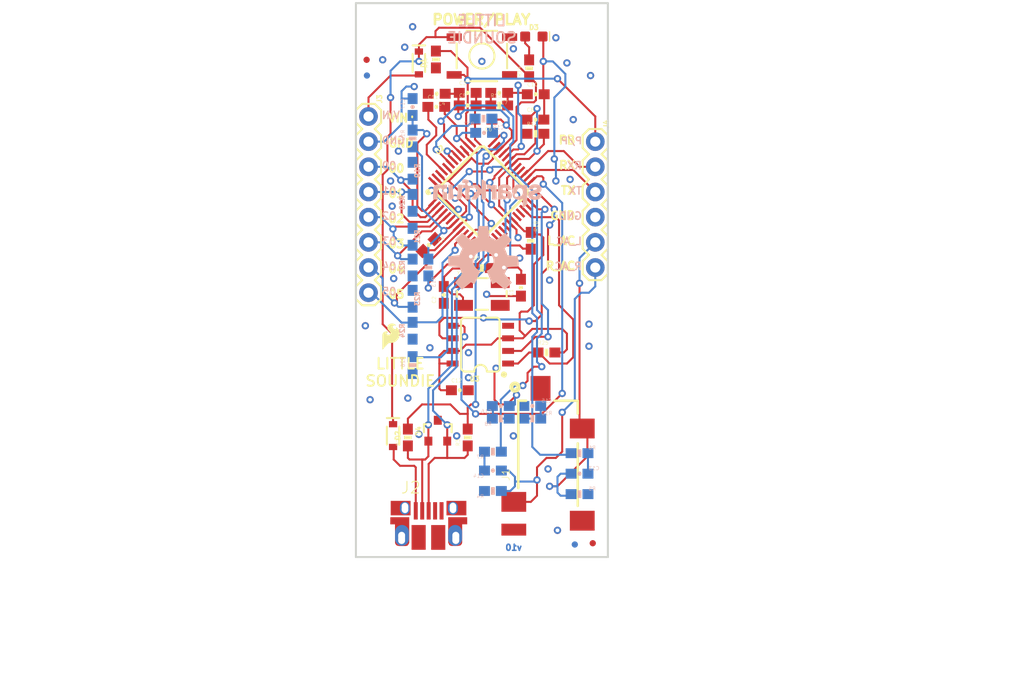
<source format=kicad_pcb>
(kicad_pcb (version 20211014) (generator pcbnew)
  (layers (0 "F.Cu" signal) (31 "B.Cu" signal) (34 "B.Paste" user) (35 "F.Paste" user) (36 "B.SilkS" user "B.Silkscreen") (37 "F.SilkS" user "F.Silkscreen") (38 "B.Mask" user) (39 "F.Mask" user) (44 "Edge.Cuts" user))
  (net 0 "")
  (net 1 "GND")
  (net 2 "PWRBTN")
  (net 3 "LEFT")
  (net 4 "RIGHT")
  (net 5 "GBUF")
  (net 6 "XCS")
  (net 7 "SI")
  (net 8 "SO")
  (net 9 "RX")
  (net 10 "USBN")
  (net 11 "USBP")
  (net 12 "VCC")
  (net 13 "AVDD")
  (net 14 "CVDD")
  (net 15 "N$7")
  (net 16 "TX")
  (net 17 "N$14")
  (net 18 "VHIGH")
  (net 19 "N$15")
  (net 20 "N$19")
  (net 21 "N$3")
  (net 22 "N$6")
  (net 23 "L_AC")
  (net 24 "R_AC")
  (net 25 "N$17")
  (net 26 "N$20")
  (net 27 "XTAL1")
  (net 28 "XTAL0")
  (net 29 "SCLK")
  (net 30 "DVDD")
  (net 31 "IO_05")
  (net 32 "IO_00")
  (net 33 "IO_01")
  (net 34 "IO_03")
  (net 35 "IO_04")
  (net 36 "IO_06")
  (net 37 "IO_02")
  (net 38 "N$2")
  (net 39 "RDY")
  (net 40 "IO_07")
  (net 41 "N$8")
  (footprint "boardEagle:0603-CAP" (layer "F.Cu") (at 152.4381 105.7656 90)
    (fp_text reference "C1")
    (fp_text value "22pF")
  )
  (footprint "boardEagle:LED-0603" (layer "F.Cu") (at 153.73985 80.4291)
    (fp_text reference "D3")
    (fp_text value "RED")
  )
  (footprint "boardEagle:1X08" (layer "F.Cu") (at 137.0711 88.4936 -90)
    (fp_text reference "J3")
    (fp_text value "")
  )
  (footprint "boardEagle:SO08" (layer "F.Cu") (at 148.34235 111.51235 90)
    (fp_text reference "U3")
    (fp_text value "4MB Flash")
  )
  (footprint "boardEagle:1X06" (layer "F.Cu") (at 159.9311 91.0336 -90)
    (fp_text reference "J4")
    (fp_text value "")
  )
  (footprint "boardEagle:0603-CAP" (layer "F.Cu") (at 146.2786 116.1161)
    (fp_text reference "C12")
    (fp_text value "0.1uF")
  )
  (footprint "boardEagle:0603-RES" (layer "F.Cu") (at 150.24735 87.38235)
    (fp_text reference "R15")
    (fp_text value "1M")
  )
  (footprint "boardEagle:0603-RES" (layer "F.Cu") (at 147.07235 120.8786 90)
    (fp_text reference "R3")
    (fp_text value "1M")
  )
  (footprint "boardEagle:CRYSTAL-SMD-5X3" (layer "F.Cu") (at 148.5011 106.4006)
    (fp_text reference "Y1")
    (fp_text value "12MHz")
  )
  (footprint "boardEagle:CREATIVE_COMMONS" (layer "F.Cu") (at 120.2436 146.43735)
    (fp_text reference "FRAME1" hide)
    (fp_text value "FRAME-LETTER" hide)
  )
  (footprint "boardEagle:TACTILE-SWITCH-SMD" (layer "F.Cu") (at 148.5011 82.3976)
    (fp_text reference "S1")
    (fp_text value "SWITCH-MOMENTARY-2SMD")
  )
  (footprint "boardEagle:STAND-OFF-TIGHT" (layer "F.Cu") (at 158.6611 79.6036 -90)
    (fp_text reference "H4" hide)
    (fp_text value "STAND-OFFTIGHT" hide)
  )
  (footprint "boardEagle:0603-CAP" (layer "F.Cu") (at 147.07235 86.11235)
    (fp_text reference "C3")
    (fp_text value "10uF")
  )
  (footprint "boardEagle:0603-CAP" (layer "F.Cu") (at 153.8986 88.8111)
    (fp_text reference "C8")
    (fp_text value "0.1uF")
  )
  (footprint "boardEagle:SFE_LOGO_FLAME_.1" (layer "F.Cu") (at 138.18235 112.3061)
    (fp_text reference "U$1" hide)
    (fp_text value "" hide)
  )
  (footprint "boardEagle:0603-CAP" (layer "F.Cu") (at 144.65935 106.49585 90)
    (fp_text reference "C2")
    (fp_text value "22pF")
  )
  (footprint "boardEagle:0603-RES" (layer "F.Cu") (at 148.5011 103.7844)
    (fp_text reference "R1")
    (fp_text value "1M")
  )
  (footprint "boardEagle:0603-CAP" (layer "F.Cu") (at 143.14805 101.46665 -135)
    (fp_text reference "C9")
    (fp_text value "0.1uF")
  )
  (footprint "boardEagle:LQFP-48" (layer "F.Cu") (at 148.5011 96.1136 -45)
    (fp_text reference "U2")
    (fp_text value "VS1000D")
  )
  (footprint "boardEagle:SOT23-3" (layer "F.Cu") (at 144.0561 120.2436)
    (fp_text reference "D4")
    (fp_text value "PESD1CAN")
  )
  (footprint "boardEagle:0603-CAP" (layer "F.Cu") (at 150.24735 86.11235 180)
    (fp_text reference "C7")
    (fp_text value "0.1uF")
  )
  (footprint "boardEagle:FIDUCIAL-MICRO" (layer "F.Cu") (at 136.8806 82.7786 -90)
    (fp_text reference "FD2" hide)
    (fp_text value "FIDUCIALUFIDUCIAL" hide)
  )
  (footprint "boardEagle:SOD-323" (layer "F.Cu") (at 139.5476 120.6881 -90)
    (fp_text reference "D2")
    (fp_text value "1A/23V/620mV")
  )
  (footprint "boardEagle:0603-RES" (layer "F.Cu") (at 153.8986 90.23985)
    (fp_text reference "R11")
    (fp_text value "100k")
  )
  (footprint "boardEagle:0603-RES" (layer "F.Cu") (at 153.2636 83.63585 90)
    (fp_text reference "R14")
    (fp_text value "180")
  )
  (footprint "boardEagle:0603-RES" (layer "F.Cu") (at 141.03985 120.8786 90)
    (fp_text reference "R2")
    (fp_text value "1M")
  )
  (footprint "boardEagle:AUDIO-JACK-3.5MM-SMD" (layer "F.Cu") (at 155.1686 131.6736 90)
    (fp_text reference "J1")
    (fp_text value "Audio Jack")
  )
  (footprint "boardEagle:0603-CAP" (layer "F.Cu") (at 148.65985 88.8111 180)
    (fp_text reference "C6")
    (fp_text value "0.1uF")
  )
  (footprint "boardEagle:SOD-323" (layer "F.Cu") (at 142.1511 83.0961 -90)
    (fp_text reference "D1")
    (fp_text value "1A/23V/620mV")
  )
  (footprint "boardEagle:0603-CAP" (layer "F.Cu") (at 143.9051 87.5266)
    (fp_text reference "C11")
    (fp_text value "1.0uF")
  )
  (footprint "boardEagle:0603-RES" (layer "F.Cu") (at 143.8656 82.74685 90)
    (fp_text reference "R17")
    (fp_text value "150K")
  )
  (footprint "boardEagle:0603-CAP" (layer "F.Cu") (at 147.07235 87.38235)
    (fp_text reference "C5")
    (fp_text value "0.1uF")
  )
  (footprint "boardEagle:USB-MICROB-PTH" (layer "F.Cu") (at 143.1036 129.60985)
    (fp_text reference "J2")
    (fp_text value "AMP FCI 10103594-0001LF")
  )
  (footprint "boardEagle:0603-CAP" (layer "F.Cu") (at 143.95085 86.2031 180)
    (fp_text reference "C4")
    (fp_text value "0.1uF")
  )
  (footprint "boardEagle:STAND-OFF-TIGHT" (layer "F.Cu") (at 138.3411 79.6036 -90)
    (fp_text reference "H1" hide)
    (fp_text value "STAND-OFFTIGHT" hide)
  )
  (footprint "boardEagle:0603-RES" (layer "F.Cu") (at 153.42235 101.03485 -90)
    (fp_text reference "R18")
    (fp_text value "100k")
  )
  (footprint "boardEagle:0603-CAP" (layer "F.Cu") (at 153.9311 86.25485)
    (fp_text reference "C10")
    (fp_text value "1.0uF")
  )
  (footprint "boardEagle:0603-RES" (layer "F.Cu") (at 155.00985 112.3061)
    (fp_text reference "R25")
    (fp_text value "100k")
  )
  (footprint "boardEagle:FIDUCIAL-MICRO" (layer "F.Cu") (at 159.6771 131.5466 -90)
    (fp_text reference "FD1" hide)
    (fp_text value "FIDUCIALUFIDUCIAL" hide)
  )
  (footprint "boardEagle:0603" (layer "B.Cu") (at 141.5161 110.109 -90)
    (fp_text reference "R24")
    (fp_text value "100k")
  )
  (footprint "boardEagle:0603" (layer "B.Cu") (at 141.5161 103.7336 -90)
    (fp_text reference "R22")
    (fp_text value "100k")
  )
  (footprint "boardEagle:0603-CAP" (layer "B.Cu") (at 153.5811 117.7036 180)
    (fp_text reference "C15")
    (fp_text value "10nF")
  )
  (footprint "boardEagle:0603-CAP" (layer "B.Cu") (at 141.5161 87.5411 -90)
    (fp_text reference "C17")
    (fp_text value "10uF")
  )
  (footprint "boardEagle:0603-RES" (layer "B.Cu") (at 153.5811 118.9736 180)
    (fp_text reference "R10")
    (fp_text value "20")
  )
  (footprint "boardEagle:0603-CAP" (layer "B.Cu") (at 148.72335 90.1446 180)
    (fp_text reference "C19")
    (fp_text value "47nF")
  )
  (footprint "boardEagle:0603" (layer "B.Cu") (at 141.5161 97.2058 -90)
    (fp_text reference "R20")
    (fp_text value "100k")
  )
  (footprint "boardEagle:0603" (layer "B.Cu") (at 141.5161 100.6348 90)
    (fp_text reference "R21")
    (fp_text value "100k")
  )
  (footprint "boardEagle:0603-RES" (layer "B.Cu") (at 149.61235 126.2761)
    (fp_text reference "R4")
    (fp_text value "10K")
  )
  (footprint "boardEagle:0603-RES" (layer "B.Cu") (at 158.3436 122.4661 180)
    (fp_text reference "R6")
    (fp_text value "470")
  )
  (footprint "boardEagle:OSHW-LOGO-L" (layer "B.Cu") (at 148.65985 103.0986 180)
    (fp_text reference "LOGO1" hide)
    (fp_text value "OSHW-LOGOL" hide)
  )
  (footprint "boardEagle:0603-CAP" (layer "B.Cu") (at 158.3436 124.52985 180)
    (fp_text reference "C13")
    (fp_text value "10uF")
  )
  (footprint "boardEagle:0603-RES" (layer "B.Cu") (at 141.5161 113.5761 -90)
    (fp_text reference "R26")
    (fp_text value "100k")
  )
  (footprint "boardEagle:0603-RES" (layer "B.Cu") (at 143.1036 103.7336 90)
    (fp_text reference "R13")
    (fp_text value "100k")
  )
  (footprint "boardEagle:FIDUCIAL-MICRO" (layer "B.Cu") (at 136.91235 84.3661 180)
    (fp_text reference "FD4" hide)
    (fp_text value "FIDUCIALUFIDUCIAL" hide)
  )
  (footprint "boardEagle:0603-CAP" (layer "B.Cu") (at 149.61235 124.21235)
    (fp_text reference "C14")
    (fp_text value "10uF")
  )
  (footprint "boardEagle:0603-CAP" (layer "B.Cu") (at 150.4061 117.7036)
    (fp_text reference "C16")
    (fp_text value "10nF")
  )
  (footprint "boardEagle:0603-RES" (layer "B.Cu") (at 158.3436 126.5936 180)
    (fp_text reference "R5")
    (fp_text value "10K")
  )
  (footprint "boardEagle:0603-RES" (layer "B.Cu") (at 150.4061 118.9736)
    (fp_text reference "R8")
    (fp_text value "20")
  )
  (footprint "boardEagle:SFE_LOGO_NAME_.1" (layer "B.Cu") (at 155.00985 98.17735 180)
    (fp_text reference "LOGO2" hide)
    (fp_text value "SFE_LOGO_NAME.1_INCH" hide)
  )
  (footprint "boardEagle:0603" (layer "B.Cu") (at 141.5161 106.8832 90)
    (fp_text reference "R23")
    (fp_text value "100k")
  )
  (footprint "boardEagle:FIDUCIAL-MICRO" (layer "B.Cu") (at 157.86735 131.6736 180)
    (fp_text reference "FD3" hide)
    (fp_text value "FIDUCIALUFIDUCIAL" hide)
  )
  (footprint "boardEagle:0603" (layer "B.Cu") (at 141.5161 93.9673 90)
    (fp_text reference "R19")
    (fp_text value "100k")
  )
  (footprint "boardEagle:0603-RES" (layer "B.Cu") (at 148.65985 88.71585)
    (fp_text reference "R27")
    (fp_text value "10")
  )
  (footprint "boardEagle:0603-RES" (layer "B.Cu") (at 141.5161 90.7161 -90)
    (fp_text reference "R12")
    (fp_text value "100k")
  )
  (footprint "boardEagle:0603-RES" (layer "B.Cu") (at 149.61235 122.30735)
    (fp_text reference "R7")
    (fp_text value "470")
  )
  (gr_circle (center 151.83485 115.7986) (end 151.9936 115.7986) (layer "F.SilkS") (width 0.4064) (fill none))
  (gr_line (start 141.4711 88.4936) (end 141.4711 88.5736) (layer "F.SilkS") (width 0.2032))
  (gr_line (start 161.2011 77.0636) (end 135.8011 77.0636) (layer "Edge.Cuts") (width 0.2032))
  (gr_line (start 135.8011 77.0636) (end 135.8011 132.9436) (layer "Edge.Cuts") (width 0.2032))
  (gr_line (start 135.8011 132.9436) (end 161.2011 132.9436) (layer "Edge.Cuts") (width 0.2032))
  (gr_line (start 161.2011 132.9436) (end 161.2011 77.0636) (layer "Edge.Cuts") (width 0.2032))
  (gr_text "v10" (at 152.612725 132.34035) (layer "B.Cu") (effects (font (size 0.6096 0.6096) (thickness 0.2032)) (justify left bottom mirror)))
  (gr_text "01" (at 138.3411 96.4311) (layer "B.SilkS") (effects (font (size 0.75565 0.75565) (thickness 0.13335)) (justify right bottom mirror)))
  (gr_text "LITTLE\nSOUNDIE" (at 148.5011 81.1911) (layer "B.SilkS") (effects (font (size 1.0795 1.0795) (thickness 0.1905)) (justify bottom mirror)))
  (gr_text "P/P" (at 158.6611 91.3511) (layer "B.SilkS") (effects (font (size 0.69088 0.69088) (thickness 0.12192)) (justify left bottom mirror)))
  (gr_text "02" (at 138.3411 98.9711) (layer "B.SilkS") (effects (font (size 0.75565 0.75565) (thickness 0.13335)) (justify right bottom mirror)))
  (gr_text "00" (at 138.3411 93.8911) (layer "B.SilkS") (effects (font (size 0.75565 0.75565) (thickness 0.13335)) (justify right bottom mirror)))
  (gr_text "R_AC" (at 158.6611 104.0511) (layer "B.SilkS") (effects (font (size 0.75565 0.75565) (thickness 0.13335)) (justify left bottom mirror)))
  (gr_text "GND" (at 138.3411 91.3511) (layer "B.SilkS") (effects (font (size 0.75565 0.75565) (thickness 0.13335)) (justify right bottom mirror)))
  (gr_text "TX" (at 158.6611 96.4311) (layer "B.SilkS") (effects (font (size 0.75565 0.75565) (thickness 0.13335)) (justify left bottom mirror)))
  (gr_text "VIN" (at 138.3411 88.8111) (layer "B.SilkS") (effects (font (size 0.75565 0.75565) (thickness 0.13335)) (justify right bottom mirror)))
  (gr_text "RX" (at 158.6611 93.8911) (layer "B.SilkS") (effects (font (size 0.75565 0.75565) (thickness 0.13335)) (justify left bottom mirror)))
  (gr_text "GND" (at 158.6611 98.9711) (layer "B.SilkS") (effects (font (size 0.75565 0.75565) (thickness 0.13335)) (justify left bottom mirror)))
  (gr_text "03" (at 138.3411 101.5111) (layer "B.SilkS") (effects (font (size 0.75565 0.75565) (thickness 0.13335)) (justify right bottom mirror)))
  (gr_text "04" (at 138.3411 104.0511) (layer "B.SilkS") (effects (font (size 0.75565 0.75565) (thickness 0.13335)) (justify right bottom mirror)))
  (gr_text "05" (at 138.3411 106.5911) (layer "B.SilkS") (effects (font (size 0.75565 0.75565) (thickness 0.13335)) (justify right bottom mirror)))
  (gr_text "L_AC" (at 158.6611 101.5111) (layer "B.SilkS") (effects (font (size 0.75565 0.75565) (thickness 0.13335)) (justify left bottom mirror)))
  (gr_text "05" (at 138.9761 106.9086) (layer "F.SilkS") (effects (font (size 0.8128 0.8128) (thickness 0.2032)) (justify left bottom)))
  (gr_text "VIN" (at 138.9761 89.1286) (layer "F.SilkS") (effects (font (size 0.8128 0.8128) (thickness 0.2032)) (justify left bottom)))
  (gr_text "GND" (at 158.0261 98.0186) (layer "F.SilkS") (effects (font (size 0.8128 0.8128) (thickness 0.2032)) (justify right top)))
  (gr_text "02" (at 138.9761 99.2886) (layer "F.SilkS") (effects (font (size 0.8128 0.8128) (thickness 0.2032)) (justify left bottom)))
  (gr_text "L_AC" (at 158.0261 100.5586) (layer "F.SilkS") (effects (font (size 0.8128 0.8128) (thickness 0.2032)) (justify right top)))
  (gr_text "03" (at 138.9761 101.8286) (layer "F.SilkS") (effects (font (size 0.8128 0.8128) (thickness 0.2032)) (justify left bottom)))
  (gr_text "R_AC" (at 158.0261 103.0986) (layer "F.SilkS") (effects (font (size 0.8128 0.8128) (thickness 0.2032)) (justify right top)))
  (gr_text "POWER/PLAY" (at 143.36385 79.31785) (layer "F.SilkS") (effects (font (size 1.016 1.016) (thickness 0.254)) (justify left bottom)))
  (gr_text "PB" (at 158.0261 90.3986) (layer "F.SilkS") (effects (font (size 0.8128 0.8128) (thickness 0.2032)) (justify right top)))
  (gr_text "GND" (at 138.9761 91.6686) (layer "F.SilkS") (effects (font (size 0.8128 0.8128) (thickness 0.2032)) (justify left bottom)))
  (gr_text "RX" (at 158.0261 92.9386) (layer "F.SilkS") (effects (font (size 0.8128 0.8128) (thickness 0.2032)) (justify right top)))
  (gr_text "TX" (at 158.0261 95.4786) (layer "F.SilkS") (effects (font (size 0.8128 0.8128) (thickness 0.2032)) (justify right top)))
  (gr_text "00" (at 138.9761 94.2086) (layer "F.SilkS") (effects (font (size 0.8128 0.8128) (thickness 0.2032)) (justify left bottom)))
  (gr_text "LITTLE\nSOUNDIE" (at 140.27785 114.30635) (layer "F.SilkS") (effects (font (size 1.0795 1.0795) (thickness 0.1905))))
  (gr_text "04" (at 138.9761 104.3686) (layer "F.SilkS") (effects (font (size 0.8128 0.8128) (thickness 0.2032)) (justify left bottom)))
  (gr_text "01" (at 138.9761 96.7486) (layer "F.SilkS") (effects (font (size 0.8128 0.8128) (thickness 0.2032)) (justify left bottom)))
  (segment (start 145.672671 92.931622) (end 145.636621 92.931622) (width 0.2032) (layer "F.Cu") (net 1))
  (segment (start 147.80985 90.8186) (end 148.5011 91.50985) (width 0.2032) (layer "F.Cu") (net 1))
  (segment (start 146.026225 92.527475) (end 145.48485 91.9861) (width 0.2032) (layer "F.Cu") (net 1))
  (segment (start 144.7551 87.5266) (end 144.7551 88.2401) (width 0.2032) (layer "F.Cu") (net 1))
  (segment (start 145.16735 92.46235) (end 145.16735 92.14485) (width 0.2032) (layer "F.Cu") (net 1))
  (segment (start 151.365578 92.931622) (end 151.9936 92.3036) (width 0.2032) (layer "F.Cu") (net 1))
  (segment (start 146.026225 99.649135) (end 146.026225 99.699725) (width 0.2032) (layer "F.Cu") (net 1))
  (segment (start 145.636621 92.931622) (end 145.16735 92.46235) (width 0.2032) (layer "F.Cu") (net 1))
  (segment (start 149.92985 113.8936) (end 149.7711 114.05235) (width 0.2032) (layer "F.Cu") (net 1))
  (segment (start 144.0561 119.1436) (end 144.0561 118.81485) (width 0.2032) (layer "F.Cu") (net 1))
  (segment (start 142.94485 86.0471) (end 143.10085 86.2031) (width 0.2032) (layer "F.Cu") (net 1))
  (segment (start 147.35985 96.27235) (end 148.34235 96.27235) (width 0.2032) (layer "F.Cu") (net 1))
  (segment (start 150.24735 117.54485) (end 151.0411 117.54485) (width 0.2032) (layer "F.Cu") (net 1))
  (segment (start 151.9936 100.5586) (end 152.15235 100.71735) (width 0.2032) (layer "F.Cu") (net 1))
  (segment (start 146.026225 99.649135) (end 146.076815 99.649135) (width 0.2032) (layer "F.Cu") (net 1))
  (segment (start 153.8986 89.4461) (end 154.5336 88.8111) (width 0.2032) (layer "F.Cu") (net 1))
  (segment (start 144.0561 96.1136) (end 143.57985 96.1136) (width 0.2032) (layer "F.Cu") (net 1))
  (segment (start 151.329525 99.259525) (end 149.4536 97.3836) (width 0.2032) (layer "F.Cu") (net 1))
  (segment (start 148.5011 91.50985) (end 148.5011 91.82735) (width 0.2032) (layer "F.Cu") (net 1))
  (segment (start 149.7711 94.5261) (end 149.7711 94.68485) (width 0.2032) (layer "F.Cu") (net 1))
  (segment (start 147.086884 91.517407) (end 147.079906 91.517407) (width 0.2032) (layer "F.Cu") (net 1))
  (segment (start 151.9936 99.9236) (end 151.9936 100.5586) (width 0.2032) (layer "F.Cu") (net 1))
  (segment (start 151.329525 92.931622) (end 151.329525 92.967675) (width 0.2032) (layer "F.Cu") (net 1))
  (segment (start 149.7711 117.0686) (end 150.24735 117.54485) (width 0.2032) (layer "F.Cu") (net 1))
  (segment (start 146.076815 99.649135) (end 146.5961 99.12985) (width 0.2032) (layer "F.Cu") (net 1))
  (segment (start 142.62735 101.98735) (end 142.547006 102.067694) (width 0.2032) (layer "F.Cu") (net 1))
  (segment (start 153.8986 91.19235) (end 152.78735 92.3036) (width 0.2032) (layer "F.Cu") (net 1))
  (segment (start 147.70735 92.14485) (end 147.5486 91.9861) (width 0.2032) (layer "F.Cu") (net 1))
  (segment (start 151.329525 99.295582) (end 151.365581 99.295582) (width 0.2032) (layer "F.Cu") (net 1))
  (segment (start 143.10085 86.2031) (end 143.19435 86.2031) (width 0.2032) (layer "F.Cu") (net 1))
  (segment (start 147.5486 91.9861) (end 147.5486 91.979122) (width 0.2032) (layer "F.Cu") (net 1))
  (segment (start 152.4381 106.6156) (end 149.1606 106.6156) (width 0.2032) (layer "F.Cu") (net 1))
  (segment (start 151.329525 92.931622) (end 151.365578 92.931622) (width 0.2032) (layer "F.Cu") (net 1))
  (segment (start 148.34235 96.27235) (end 149.4536 97.3836) (width 0.2032) (layer "F.Cu") (net 1))
  (segment (start 149.39735 86.11235) (end 149.39735 87.38235) (width 0.2032) (layer "F.Cu") (net 1))
  (segment (start 143.500759 95.00235) (end 143.55135 95.052941) (width 0.2032) (layer "F.Cu") (net 1))
  (segment (start 147.80985 88.8111) (end 147.80985 87.49485) (width 0.2032) (layer "F.Cu") (net 1))
  (segment (start 143.57985 96.1136) (end 143.4211 95.95485) (width 0.2032) (layer "F.Cu") (net 1))
  (segment (start 148.5011 91.82735) (end 148.1836 92.14485) (width 0.2032) (layer "F.Cu") (net 1))
  (segment (start 145.80235 98.458797) (end 145.319118 98.942029) (width 0.2032) (layer "F.Cu") (net 1))
  (segment (start 144.7551 87.5266) (end 144.6766 87.5266) (width 0.2032) (layer "F.Cu") (net 1))
  (segment (start 145.9611 90.7161) (end 146.2786 90.7161) (width 0.2032) (layer "F.Cu") (net 1))
  (segment (start 147.80985 88.8111) (end 147.80985 90.8186) (width 0.2032) (layer "F.Cu") (net 1))
  (segment (start 149.28485 87.49485) (end 149.39735 87.38235) (width 0.2032) (layer "F.Cu") (net 1))
  (segment (start 145.9611 89.4461) (end 145.9611 90.7161) (width 0.2032) (layer "F.Cu") (net 1))
  (segment (start 149.7711 94.68485) (end 149.29485 95.1611) (width 0.2032) (layer "F.Cu") (net 1))
  (segment (start 147.80985 87.49485) (end 147.92235 87.38235) (width 0.2032) (layer "F.Cu") (net 1))
  (segment (start 147.5486 91.979122) (end 147.086884 91.517407) (width 0.2032) (layer "F.Cu") (net 1))
  (segment (start 154.69235 82.93735) (end 154.69235 86.1661) (width 0.2032) (layer "F.Cu") (net 1))
  (segment (start 145.80235 97.85985) (end 145.80235 98.458797) (width 0.2032) (layer "F.Cu") (net 1))
  (segment (start 146.5961 99.12985) (end 146.75485 99.12985) (width 0.2032) (layer "F.Cu") (net 1))
  (segment (start 145.80235 97.85985) (end 144.0561 96.1136) (width 0.2032) (layer "F.Cu") (net 1))
  (segment (start 147.80985 87.49485) (end 149.28485 87.49485) (width 0.2032) (layer "F.Cu") (net 1))
  (segment (start 145.16735 92.14485) (end 145.0086 91.9861) (width 0.2032) (layer "F.Cu") (net 1))
  (segment (start 145.319118 98.942029) (end 145.355171 98.942029) (width 0.2032) (layer "F.Cu") (net 1))
  (segment (start 145.48485 91.9861) (end 145.0086 91.9861) (width 0.2032) (layer "F.Cu") (net 1))
  (segment (start 154.69235 86.1661) (end 154.7811 86.25485) (width 0.2032) (layer "F.Cu") (net 1))
  (segment (start 154.7811 88.7786) (end 154.7486 88.8111) (width 0.2032) (layer "F.Cu") (net 1))
  (segment (start 146.75485 99.12985) (end 147.2311 98.6536) (width 0.2032) (layer "F.Cu") (net 1))
  (segment (start 149.7711 114.05235) (end 149.7711 117.0686) (width 0.2032) (layer "F.Cu") (net 1))
  (segment (start 143.1036 86.20035) (end 143.10085 86.2031) (width 0.2032) (layer "F.Cu") (net 1))
  (segment (start 143.63044 95.052941) (end 144.0561 95.4786) (width 0.2032) (layer "F.Cu") (net 1))
  (segment (start 149.1606 106.6156) (end 148.97735 106.43235) (width 0.2032) (layer "F.Cu") (net 1))
  (segment (start 146.026225 99.699725) (end 143.7386 101.98735) (width 0.2032) (layer "F.Cu") (net 1))
  (segment (start 144.7551 88.2401) (end 145.9611 89.4461) (width 0.2032) (layer "F.Cu") (net 1))
  (segment (start 153.8986 91.19235) (end 153.8986 89.4461) (width 0.2032) (layer "F.Cu") (net 1))
  (segment (start 147.92235 87.38235) (end 147.92235 86.11235) (width 0.2032) (layer "F.Cu") (net 1))
  (segment (start 151.0411 117.54485) (end 151.9936 116.59235) (width 0.2032) (layer "F.Cu") (net 1))
  (segment (start 151.329525 92.967675) (end 149.7711 94.5261) (width 0.2032) (layer "F.Cu") (net 1))
  (segment (start 154.69235 80.07985) (end 154.69235 82.93735) (width 0.2032) (layer "F.Cu") (net 1))
  (segment (start 143.7386 101.98735) (end 142.62735 101.98735) (width 0.2032) (layer "F.Cu") (net 1))
  (segment (start 151.329525 99.295582) (end 151.329525 99.259525) (width 0.2032) (layer "F.Cu") (net 1))
  (segment (start 151.365581 99.295582) (end 151.9936 99.9236) (width 0.2032) (layer "F.Cu") (net 1))
  (segment (start 144.0561 95.4786) (end 144.0561 96.1136) (width 0.2032) (layer "F.Cu") (net 1))
  (segment (start 142.62735 101.98735) (end 142.30985 101.98735) (width 0.2032) (layer "F.Cu") (net 1))
  (segment (start 146.026225 92.578069) (end 146.026225 92.527475) (width 0.2032) (layer "F.Cu") (net 1))
  (segment (start 154.5336 88.8111) (end 154.7486 88.8111) (width 0.2032) (layer "F.Cu") (net 1))
  (segment (start 143.55135 95.052941) (end 143.63044 95.052941) (width 0.2032) (layer "F.Cu") (net 1))
  (segment (start 152.78735 92.3036) (end 151.9936 92.3036) (width 0.2032) (layer "F.Cu") (net 1))
  (segment (start 154.7811 86.25485) (end 154.7811 88.7786) (width 0.2032) (layer "F.Cu") (net 1))
  (segment (start 148.1836 92.14485) (end 147.70735 92.14485) (width 0.2032) (layer "F.Cu") (net 1))
  (segment (start 147.079906 91.517407) (end 146.2786 90.7161) (width 0.2032) (layer "F.Cu") (net 1))
  (via (at 157.0736 83.0961) (size 0.7366) (drill 0.381) (layers "F.Cu" "B.Cu") (net 1))
  (via (at 149.29485 95.1611) (size 0.7366) (drill 0.381) (layers "F.Cu" "B.Cu") (net 1))
  (via (at 159.2961 111.6711) (size 0.7366) (drill 0.381) (layers "F.Cu" "B.Cu") (net 1))
  (via (at 147.1511 112.3261) (size 0.7366) (drill 0.381) (layers "F.Cu" "B.Cu") (net 1))
  (via (at 149.92985 113.8936) (size 0.7366) (drill 0.381) (layers "F.Cu" "B.Cu") (net 1))
  (via (at 145.9611 120.71985) (size 0.7366) (drill 0.381) (layers "F.Cu" "B.Cu") (net 1))
  (via (at 159.2961 109.4486) (size 0.7366) (drill 0.381) (layers "F.Cu" "B.Cu") (net 1))
  (via (at 148.5011 82.93735) (size 0.7366) (drill 0.381) (layers "F.Cu" "B.Cu") (net 1))
  (via (at 156.1211 130.24485) (size 0.7366) (drill 0.381) (layers "F.Cu" "B.Cu") (net 1))
  (via (at 157.7086 88.8111) (size 0.7366) (drill 0.381) (layers "F.Cu" "B.Cu") (net 1))
  (via (at 137.22985 117.0686) (size 0.7366) (drill 0.381) (layers "F.Cu" "B.Cu") (net 1))
  (via (at 147.35985 96.27235) (size 0.7366) (drill 0.381) (layers "F.Cu" "B.Cu") (net 1))
  (via (at 139.6111 104.84485) (size 0.7366) (drill 0.381) (layers "F.Cu" "B.Cu") (net 1))
  (via (at 154.69235 82.93735) (size 0.7366) (drill 0.381) (layers "F.Cu" "B.Cu") (net 1))
  (via (at 155.96235 80.5561) (size 0.7366) (drill 0.381) (layers "F.Cu" "B.Cu") (net 1))
  (via (at 136.7536 109.60735) (size 0.7366) (drill 0.381) (layers "F.Cu" "B.Cu") (net 1))
  (via (at 149.4536 97.3836) (size 0.7366) (drill 0.381) (layers "F.Cu" "B.Cu") (net 1))
  (via (at 145.0086 91.9861) (size 0.7366) (drill 0.381) (layers "F.Cu" "B.Cu") (net 1))
  (via (at 152.15235 100.71735) (size 0.7366) (drill 0.381) (layers "F.Cu" "B.Cu") (net 1))
  (via (at 141.67485 85.47735) (size 0.7366) (drill 0.381) (layers "F.Cu" "B.Cu") (net 1))
  (via (at 155.8036 92.77985) (size 0.7366) (drill 0.381) (layers "F.Cu" "B.Cu") (net 1))
  (via (at 152.3111 102.7811) (size 0.7366) (drill 0.381) (layers "F.Cu" "B.Cu") (net 1))
  (via (at 151.6761 120.71985) (size 0.7366) (drill 0.381) (layers "F.Cu" "B.Cu") (net 1))
  (via (at 147.2311 98.6536) (size 0.7366) (drill 0.381) (layers "F.Cu" "B.Cu") (net 1))
  (via (at 145.9611 90.7161) (size 0.7366) (drill 0.381) (layers "F.Cu" "B.Cu") (net 1))
  (via (at 141.03985 116.90985) (size 0.7366) (drill 0.381) (layers "F.Cu" "B.Cu") (net 1))
  (via (at 140.08735 91.9861) (size 0.7366) (drill 0.381) (layers "F.Cu" "B.Cu") (net 1))
  (via (at 147.15235 114.8461) (size 0.7366) (drill 0.381) (layers "F.Cu" "B.Cu") (net 1))
  (via (at 142.1511 120.5611) (size 0.7366) (drill 0.381) (layers "F.Cu" "B.Cu") (net 1))
  (via (at 148.97735 106.43235) (size 0.7366) (drill 0.381) (layers "F.Cu" "B.Cu") (net 1))
  (via (at 138.49985 82.7786) (size 0.7366) (drill 0.381) (layers "F.Cu" "B.Cu") (net 1))
  (via (at 159.45485 84.3661) (size 0.7366) (drill 0.381) (layers "F.Cu" "B.Cu") (net 1))
  (via (at 157.3911 94.8436) (size 0.7366) (drill 0.381) (layers "F.Cu" "B.Cu") (net 1))
  (via (at 139.45235 97.54235) (size 0.7366) (drill 0.381) (layers "F.Cu" "B.Cu") (net 1))
  (via (at 155.1686 124.0536) (size 0.7366) (drill 0.381) (layers "F.Cu" "B.Cu") (net 1))
  (via (at 139.2936 95.00235) (size 0.7366) (drill 0.381) (layers "F.Cu" "B.Cu") (net 1))
  (via (at 141.5161 79.44485) (size 0.7366) (drill 0.381) (layers "F.Cu" "B.Cu") (net 1))
  (via (at 151.9936 116.59235) (size 0.7366) (drill 0.381) (layers "F.Cu" "B.Cu") (net 1))
  (via (at 155.96235 95.00235) (size 0.7366) (drill 0.381) (layers "F.Cu" "B.Cu") (net 1))
  (via (at 146.11985 97.85985) (size 0.7366) (drill 0.381) (layers "F.Cu" "B.Cu") (net 1))
  (via (at 143.4211 95.95485) (size 0.7366) (drill 0.381) (layers "F.Cu" "B.Cu") (net 1))
  (via (at 151.6761 81.66735) (size 0.7366) (drill 0.381) (layers "F.Cu" "B.Cu") (net 1))
  (via (at 155.32735 105.0036) (size 0.7366) (drill 0.381) (layers "F.Cu" "B.Cu") (net 1))
  (via (at 140.72235 81.5086) (size 0.7366) (drill 0.381) (layers "F.Cu" "B.Cu") (net 1))
  (via (at 143.26235 111.82985) (size 0.7366) (drill 0.381) (layers "F.Cu" "B.Cu") (net 1))
  (segment (start 151.9936 116.59235) (end 151.83485 116.59235) (width 0.2032) (layer "B.Cu") (net 1))
  (segment (start 140.40485 86.74735) (end 140.40485 85.9536) (width 0.2032) (layer "B.Cu") (net 1))
  (segment (start 155.8036 86.5886) (end 156.91485 85.47735) (width 0.2032) (layer "B.Cu") (net 1))
  (segment (start 138.6586 91.0336) (end 140.40485 89.28735) (width 0.2032) (layer "B.Cu") (net 1))
  (segment (start 137.0711 91.0336) (end 138.6586 91.0336) (width 0.2032) (layer "B.Cu") (net 1))
  (segment (start 156.91485 84.20735) (end 155.64485 82.93735) (width 0.2032) (layer "B.Cu") (net 1))
  (segment (start 155.96235 95.00235) (end 155.96235 92.9386) (width 0.2032) (layer "B.Cu") (net 1))
  (segment (start 149.29485 95.1611) (end 149.29485 97.22485) (width 0.2032) (layer "B.Cu") (net 1))
  (segment (start 156.91485 85.47735) (end 156.91485 84.20735) (width 0.2032) (layer "B.Cu") (net 1))
  (segment (start 140.4611 86.6911) (end 140.40485 86.74735) (width 0.2032) (layer "B.Cu") (net 1))
  (segment (start 155.8036 92.77985) (end 155.8036 86.5886) (width 0.2032) (layer "B.Cu") (net 1))
  (segment (start 147.2311 96.4011) (end 147.35985 96.27235) (width 0.2032) (layer "B.Cu") (net 1))
  (segment (start 141.5161 86.6911) (end 140.4611 86.6911) (width 0.2032) (layer "B.Cu") (net 1))
  (segment (start 151.83485 117.54485) (end 151.83485 116.59235) (width 0.2032) (layer "B.Cu") (net 1))
  (segment (start 147.2311 98.6536) (end 147.2311 96.4011) (width 0.2032) (layer "B.Cu") (net 1))
  (segment (start 147.2311 98.6536) (end 146.11985 98.6536) (width 0.2032) (layer "B.Cu") (net 1))
  (segment (start 155.96235 92.9386) (end 155.8036 92.77985) (width 0.2032) (layer "B.Cu") (net 1))
  (segment (start 140.8811 85.47735) (end 140.40485 85.9536) (width 0.2032) (layer "B.Cu") (net 1))
  (segment (start 146.11985 98.6536) (end 143.4211 95.95485) (width 0.2032) (layer "B.Cu") (net 1))
  (segment (start 155.64485 82.93735) (end 154.69235 82.93735) (width 0.2032) (layer "B.Cu") (net 1))
  (segment (start 151.6761 117.7036) (end 151.83485 117.54485) (width 0.2032) (layer "B.Cu") (net 1))
  (segment (start 149.29485 97.22485) (end 149.4536 97.3836) (width 0.2032) (layer "B.Cu") (net 1))
  (segment (start 140.40485 89.28735) (end 140.40485 86.74735) (width 0.2032) (layer "B.Cu") (net 1))
  (segment (start 151.2561 117.7036) (end 151.6761 117.7036) (width 0.2032) (layer "B.Cu") (net 1))
  (segment (start 141.67485 85.47735) (end 140.8811 85.47735) (width 0.2032) (layer "B.Cu") (net 1))
  (segment (start 147.87335 90.1446) (end 146.5326 90.1446) (width 0.2032) (layer "B.Cu") (net 1))
  (segment (start 146.5326 90.1446) (end 145.9611 90.7161) (width 0.2032) (layer "B.Cu") (net 1))
  (segment (start 159.9311 91.0336) (end 159.9311 88.4936) (width 0.2032) (layer "F.Cu") (net 2))
  (segment (start 143.8656 81.89685) (end 145.37435 81.89685) (width 0.2032) (layer "F.Cu") (net 2))
  (segment (start 145.37435 81.89685) (end 147.0511 83.5736) (width 0.2032) (layer "F.Cu") (net 2))
  (segment (start 145.7071 84.3026) (end 146.69135 84.3026) (width 0.2032) (layer "F.Cu") (net 2))
  (segment (start 147.07235 84.84235) (end 147.07235 88.01735) (width 0.2032) (layer "F.Cu") (net 2))
  (segment (start 146.69135 84.3026) (end 147.07235 84.6836) (width 0.2032) (layer "F.Cu") (net 2))
  (segment (start 147.07235 84.6836) (end 147.07235 84.84235) (width 0.2032) (layer "F.Cu") (net 2))
  (segment (start 147.0511 84.8211) (end 147.07235 84.84235) (width 0.2032) (layer "F.Cu") (net 2))
  (segment (start 159.9311 88.4936) (end 156.1211 84.6836) (width 0.2032) (layer "F.Cu") (net 2))
  (segment (start 147.07235 88.01735) (end 146.9136 88.1761) (width 0.2032) (layer "F.Cu") (net 2))
  (segment (start 145.6436 84.2391) (end 145.7071 84.3026) (width 0.2032) (layer "F.Cu") (net 2))
  (segment (start 146.9136 90.637016) (end 147.440437 91.163854) (width 0.2032) (layer "F.Cu") (net 2))
  (segment (start 147.0511 83.5736) (end 147.0511 84.8211) (width 0.2032) (layer "F.Cu") (net 2))
  (segment (start 146.9136 88.1761) (end 146.9136 90.637016) (width 0.2032) (layer "F.Cu") (net 2))
  (via (at 156.1211 84.6836) (size 0.7366) (drill 0.381) (layers "F.Cu" "B.Cu") (net 2))
  (via (at 147.07235 84.84235) (size 0.7366) (drill 0.381) (layers "F.Cu" "B.Cu") (net 2))
  (segment (start 147.2311 84.6836) (end 147.07235 84.84235) (width 0.2032) (layer "B.Cu") (net 2))
  (segment (start 156.1211 84.6836) (end 147.2311 84.6836) (width 0.2032) (layer "B.Cu") (net 2))
  (segment (start 147.2311 94.04985) (end 149.1361 94.04985) (width 0.2032) (layer "F.Cu") (net 3))
  (segment (start 149.1361 94.04985) (end 149.29485 93.8911) (width 0.2032) (layer "F.Cu") (net 3))
  (segment (start 144.53235 95.63735) (end 144.84985 95.95485) (width 0.2032) (layer "F.Cu") (net 3))
  (segment (start 143.904903 94.699388) (end 143.911887 94.699388) (width 0.2032) (layer "F.Cu") (net 3))
  (segment (start 143.911887 94.699388) (end 144.53235 95.31985) (width 0.2032) (layer "F.Cu") (net 3))
  (segment (start 144.53235 95.31985) (end 144.53235 95.63735) (width 0.2032) (layer "F.Cu") (net 3))
  (via (at 149.29485 93.8911) (size 0.7366) (drill 0.381) (layers "F.Cu" "B.Cu") (net 3))
  (via (at 144.84985 95.95485) (size 0.7366) (drill 0.381) (layers "F.Cu" "B.Cu") (net 3))
  (via (at 147.2311 94.04985) (size 0.7366) (drill 0.381) (layers "F.Cu" "B.Cu") (net 3))
  (segment (start 153.5811 118.9736) (end 153.5811 121.8311) (width 0.2032) (layer "B.Cu") (net 3))
  (segment (start 144.84985 95.95485) (end 145.3261 95.95485) (width 0.2032) (layer "B.Cu") (net 3))
  (segment (start 153.5811 108.33735) (end 154.05735 108.8136) (width 0.2032) (layer "B.Cu") (net 3))
  (segment (start 157.33485 122.62485) (end 157.4936 122.4661) (width 0.2032) (layer "B.Cu") (net 3))
  (segment (start 153.5811 110.7186) (end 153.5811 118.9736) (width 0.2032) (layer "B.Cu") (net 3))
  (segment (start 154.37485 122.62485) (end 157.33485 122.62485) (width 0.2032) (layer "B.Cu") (net 3))
  (segment (start 152.7311 118.9736) (end 153.5811 118.9736) (width 0.2032) (layer "B.Cu") (net 3))
  (segment (start 149.61235 93.5736) (end 149.29485 93.8911) (width 0.2032) (layer "B.Cu") (net 3))
  (segment (start 153.5811 96.58985) (end 150.56485 93.5736) (width 0.2032) (layer "B.Cu") (net 3))
  (segment (start 154.05735 110.24235) (end 153.5811 110.7186) (width 0.2032) (layer "B.Cu") (net 3))
  (segment (start 154.05735 108.8136) (end 154.05735 110.24235) (width 0.2032) (layer "B.Cu") (net 3))
  (segment (start 153.5811 121.8311) (end 154.37485 122.62485) (width 0.2032) (layer "B.Cu") (net 3))
  (segment (start 153.5811 96.58985) (end 153.5811 108.33735) (width 0.2032) (layer "B.Cu") (net 3))
  (segment (start 150.56485 93.5736) (end 149.61235 93.5736) (width 0.2032) (layer "B.Cu") (net 3))
  (segment (start 145.3261 95.95485) (end 147.2311 94.04985) (width 0.2032) (layer "B.Cu") (net 3))
  (segment (start 153.10485 114.36985) (end 153.10485 115.1636) (width 0.2032) (layer "F.Cu") (net 4))
  (segment (start 153.73985 113.73485) (end 153.10485 114.36985) (width 0.2032) (layer "F.Cu") (net 4))
  (segment (start 153.10485 115.1636) (end 152.6286 115.63985) (width 0.2032) (layer "F.Cu") (net 4))
  (segment (start 146.379778 92.224516) (end 146.358265 92.224516) (width 0.2032) (layer "F.Cu") (net 4))
  (segment (start 144.6911 89.28735) (end 144.3736 88.96985) (width 0.2032) (layer "F.Cu") (net 4))
  (segment (start 154.5336 113.73485) (end 153.73985 113.73485) (width 0.2032) (layer "F.Cu") (net 4))
  (segment (start 146.358265 92.224516) (end 144.6911 90.55735) (width 0.2032) (layer "F.Cu") (net 4))
  (segment (start 144.6911 90.55735) (end 144.6911 89.28735) (width 0.2032) (layer "F.Cu") (net 4))
  (segment (start 144.395112 88.991363) (end 144.3736 88.96985) (width 0.2032) (layer "F.Cu") (net 4))
  (via (at 154.5336 113.73485) (size 0.7366) (drill 0.381) (layers "F.Cu" "B.Cu") (net 4))
  (via (at 144.3736 88.96985) (size 0.7366) (drill 0.381) (layers "F.Cu" "B.Cu") (net 4))
  (via (at 152.6286 115.63985) (size 0.7366) (drill 0.381) (layers "F.Cu" "B.Cu") (net 4))
  (segment (start 151.83485 115.63985) (end 152.6286 115.63985) (width 0.2032) (layer "B.Cu") (net 4))
  (segment (start 151.6761 88.4936) (end 150.56485 87.38235) (width 0.2032) (layer "B.Cu") (net 4))
  (segment (start 151.2561 118.9736) (end 150.4061 118.9736) (width 0.2032) (layer "B.Cu") (net 4))
  (segment (start 150.4061 117.0686) (end 150.4061 118.9736) (width 0.2032) (layer "B.Cu") (net 4))
  (segment (start 152.6286 115.63985) (end 152.46985 115.63985) (width 0.2032) (layer "B.Cu") (net 4))
  (segment (start 150.4061 118.9736) (end 150.4061 122.2511) (width 0.2032) (layer "B.Cu") (net 4))
  (segment (start 151.3586 93.73235) (end 151.3586 91.3511) (width 0.2032) (layer "B.Cu") (net 4))
  (segment (start 154.5336 108.4961) (end 154.5336 110.4011) (width 0.2032) (layer "B.Cu") (net 4))
  (segment (start 150.4061 122.2511) (end 150.46235 122.30735) (width 0.2032) (layer "B.Cu") (net 4))
  (segment (start 154.05735 96.4311) (end 151.3586 93.73235) (width 0.2032) (layer "B.Cu") (net 4))
  (segment (start 154.5336 110.4011) (end 154.05735 110.87735) (width 0.2032) (layer "B.Cu") (net 4))
  (segment (start 150.56485 87.38235) (end 145.9611 87.38235) (width 0.2032) (layer "B.Cu") (net 4))
  (segment (start 151.6761 91.0336) (end 151.6761 88.4936) (width 0.2032) (layer "B.Cu") (net 4))
  (segment (start 154.05735 96.4311) (end 154.05735 108.01985) (width 0.2032) (layer "B.Cu") (net 4))
  (segment (start 150.4061 117.0686) (end 151.83485 115.63985) (width 0.2032) (layer "B.Cu") (net 4))
  (segment (start 154.05735 113.2586) (end 154.5336 113.73485) (width 0.2032) (layer "B.Cu") (net 4))
  (segment (start 154.05735 110.87735) (end 154.05735 113.2586) (width 0.2032) (layer "B.Cu") (net 4))
  (segment (start 154.05735 108.01985) (end 154.5336 108.4961) (width 0.2032) (layer "B.Cu") (net 4))
  (segment (start 145.9611 87.38235) (end 144.3736 88.96985) (width 0.2032) (layer "B.Cu") (net 4))
  (segment (start 151.3586 91.3511) (end 151.6761 91.0336) (width 0.2032) (layer "B.Cu") (net 4))
  (segment (start 145.319118 93.249119) (end 143.89735 91.82735) (width 0.2032) (layer "F.Cu") (net 5))
  (segment (start 145.319118 93.285175) (end 145.319118 93.249119) (width 0.2032) (layer "F.Cu") (net 5))
  (via (at 143.89735 91.82735) (size 0.7366) (drill 0.381) (layers "F.Cu" "B.Cu") (net 5))
  (segment (start 147.8026 88.71585) (end 147.07235 89.4461) (width 0.2032) (layer "B.Cu") (net 5))
  (segment (start 147.07235 89.4461) (end 145.48485 89.4461) (width 0.2032) (layer "B.Cu") (net 5))
  (segment (start 147.80985 88.71585) (end 147.8026 88.71585) (width 0.2032) (layer "B.Cu") (net 5))
  (segment (start 145.48485 89.4461) (end 143.89735 91.0336) (width 0.2032) (layer "B.Cu") (net 5))
  (segment (start 143.89735 91.0336) (end 143.89735 91.82735) (width 0.2032) (layer "B.Cu") (net 5))
  (segment (start 155.32735 113.41735) (end 157.0736 113.41735) (width 0.2032) (layer "F.Cu") (net 6))
  (segment (start 154.15985 112.3061) (end 154.2161 112.3061) (width 0.2032) (layer "F.Cu") (net 6))
  (segment (start 156.27985 98.9711) (end 156.27985 107.5436) (width 0.2032) (layer "F.Cu") (net 6))
  (segment (start 154.2161 112.3061) (end 155.32735 113.41735) (width 0.2032) (layer "F.Cu") (net 6))
  (segment (start 153.2636 112.3061) (end 154.15985 112.3061) (width 0.2032) (layer "F.Cu") (net 6))
  (segment (start 153.515971 98.6536) (end 152.74374 97.881369) (width 0.2032) (layer "F.Cu") (net 6))
  (segment (start 157.0736 113.41735) (end 157.7086 112.78235) (width 0.2032) (layer "F.Cu") (net 6))
  (segment (start 157.7086 108.97235) (end 157.7086 112.78235) (width 0.2032) (layer "F.Cu") (net 6))
  (segment (start 152.15235 113.41735) (end 153.2636 112.3061) (width 0.2032) (layer "F.Cu") (net 6))
  (segment (start 153.515971 98.6536) (end 155.96235 98.6536) (width 0.2032) (layer "F.Cu") (net 6))
  (segment (start 156.27985 107.5436) (end 157.7086 108.97235) (width 0.2032) (layer "F.Cu") (net 6))
  (segment (start 155.96235 98.6536) (end 156.27985 98.9711) (width 0.2032) (layer "F.Cu") (net 6))
  (segment (start 151.14235 113.41735) (end 152.15235 113.41735) (width 0.2032) (layer "F.Cu") (net 6))
  (segment (start 154.8511 97.85985) (end 154.136434 97.85985) (width 0.2032) (layer "F.Cu") (net 7))
  (segment (start 152.46985 112.14735) (end 153.8986 110.7186) (width 0.2032) (layer "F.Cu") (net 7))
  (segment (start 153.8986 110.7186) (end 155.1686 110.7186) (width 0.2032) (layer "F.Cu") (net 7))
  (segment (start 151.14235 112.14735) (end 152.46985 112.14735) (width 0.2032) (layer "F.Cu") (net 7))
  (segment (start 154.136434 97.85985) (end 153.450846 97.174263) (width 0.2032) (layer "F.Cu") (net 7))
  (via (at 154.8511 97.85985) (size 0.7366) (drill 0.381) (layers "F.Cu" "B.Cu") (net 7))
  (via (at 155.1686 110.7186) (size 0.7366) (drill 0.381) (layers "F.Cu" "B.Cu") (net 7))
  (segment (start 154.5336 107.38485) (end 154.5336 98.17735) (width 0.2032) (layer "B.Cu") (net 7))
  (segment (start 154.5336 98.17735) (end 154.8511 97.85985) (width 0.2032) (layer "B.Cu") (net 7))
  (segment (start 155.1686 110.7186) (end 155.1686 108.01985) (width 0.2032) (layer "B.Cu") (net 7))
  (segment (start 155.1686 108.01985) (end 154.5336 107.38485) (width 0.2032) (layer "B.Cu") (net 7))
  (segment (start 154.5336 118.49735) (end 156.59735 116.4336) (width 0.2032) (layer "F.Cu") (net 8))
  (segment (start 153.530509 95.052941) (end 154.05735 94.5261) (width 0.2032) (layer "F.Cu") (net 8))
  (segment (start 145.54235 109.60735) (end 146.5961 109.60735) (width 0.2032) (layer "F.Cu") (net 8))
  (segment (start 147.8661 118.49735) (end 154.5336 118.49735) (width 0.2032) (layer "F.Cu") (net 8))
  (segment (start 146.5961 109.60735) (end 146.75485 109.7661) (width 0.2032) (layer "F.Cu") (net 8))
  (segment (start 154.5336 94.5261) (end 154.69235 94.68485) (width 0.2032) (layer "F.Cu") (net 8))
  (segment (start 146.75485 109.7661) (end 146.75485 110.7186) (width 0.2032) (layer "F.Cu") (net 8))
  (segment (start 153.450846 95.052941) (end 153.530509 95.052941) (width 0.2032) (layer "F.Cu") (net 8))
  (segment (start 154.05735 94.5261) (end 154.5336 94.5261) (width 0.2032) (layer "F.Cu") (net 8))
  (segment (start 154.69235 94.68485) (end 154.69235 95.31985) (width 0.2032) (layer "F.Cu") (net 8))
  (via (at 146.75485 110.7186) (size 0.7366) (drill 0.381) (layers "F.Cu" "B.Cu") (net 8))
  (via (at 147.8661 118.49735) (size 0.7366) (drill 0.381) (layers "F.Cu" "B.Cu") (net 8))
  (via (at 156.59735 116.4336) (size 0.7366) (drill 0.381) (layers "F.Cu" "B.Cu") (net 8))
  (via (at 154.69235 95.31985) (size 0.7366) (drill 0.381) (layers "F.Cu" "B.Cu") (net 8))
  (segment (start 146.75485 110.7186) (end 146.43735 111.0361) (width 0.2032) (layer "B.Cu") (net 8))
  (segment (start 156.59735 116.4336) (end 156.59735 97.22485) (width 0.2032) (layer "B.Cu") (net 8))
  (segment (start 146.43735 117.0686) (end 147.8661 118.49735) (width 0.2032) (layer "B.Cu") (net 8))
  (segment (start 156.59735 97.22485) (end 154.69235 95.31985) (width 0.2032) (layer "B.Cu") (net 8))
  (segment (start 146.43735 111.0361) (end 146.43735 117.0686) (width 0.2032) (layer "B.Cu") (net 8))
  (segment (start 152.74374 94.345835) (end 152.808865 94.345835) (width 0.2032) (layer "F.Cu") (net 9))
  (segment (start 159.9311 93.5736) (end 158.3436 93.5736) (width 0.2032) (layer "F.Cu") (net 9))
  (segment (start 155.1686 91.9861) (end 156.7561 91.9861) (width 0.2032) (layer "F.Cu") (net 9))
  (segment (start 156.7561 91.9861) (end 158.3436 93.5736) (width 0.2032) (layer "F.Cu") (net 9))
  (segment (start 155.1686 91.9861) (end 152.808865 94.345835) (width 0.2032) (layer "F.Cu") (net 9))
  (segment (start 150.7236 90.3986) (end 150.327012 90.3986) (width 0.2032) (layer "F.Cu") (net 10))
  (segment (start 141.1986 123.1011) (end 142.4686 123.1011) (width 0.2032) (layer "F.Cu") (net 10))
  (segment (start 142.485018 128.278932) (end 142.485018 123.117519) (width 0.2032) (layer "F.Cu") (net 10))
  (segment (start 143.1061 121.2436) (end 143.1061 119.6111) (width 0.2032) (layer "F.Cu") (net 10))
  (segment (start 142.485018 123.117519) (end 142.4686 123.1011) (width 0.2032) (layer "F.Cu") (net 10))
  (segment (start 141.03985 122.94235) (end 141.1986 123.1011) (width 0.2032) (layer "F.Cu") (net 10))
  (segment (start 141.03985 121.7286) (end 141.03985 122.94235) (width 0.2032) (layer "F.Cu") (net 10))
  (segment (start 143.1061 121.2436) (end 143.1061 122.7811) (width 0.2032) (layer "F.Cu") (net 10))
  (segment (start 142.7861 123.1011) (end 143.1061 122.7811) (width 0.2032) (layer "F.Cu") (net 10))
  (segment (start 142.62735 123.1011) (end 142.7861 123.1011) (width 0.2032) (layer "F.Cu") (net 10))
  (segment (start 142.6211 123.10735) (end 142.62735 123.1011) (width 0.2032) (layer "F.Cu") (net 10))
  (segment (start 143.1061 119.6111) (end 143.1036 119.6086) (width 0.2032) (layer "F.Cu") (net 10))
  (segment (start 150.327012 90.3986) (end 149.561759 91.163854) (width 0.2032) (layer "F.Cu") (net 10))
  (segment (start 142.4686 123.1011) (end 142.62735 123.1011) (width 0.2032) (layer "F.Cu") (net 10))
  (via (at 143.1036 119.6086) (size 0.7366) (drill 0.381) (layers "F.Cu" "B.Cu") (net 10))
  (via (at 150.7236 90.3986) (size 0.7366) (drill 0.381) (layers "F.Cu" "B.Cu") (net 10))
  (segment (start 147.8661 103.0986) (end 147.8661 103.57485) (width 0.2032) (layer "B.Cu") (net 10))
  (segment (start 145.48485 113.5761) (end 143.1036 115.95735) (width 0.2032) (layer "B.Cu") (net 10))
  (segment (start 148.02485 92.3036) (end 148.02485 98.0186) (width 0.2032) (layer "B.Cu") (net 10))
  (segment (start 147.8661 103.57485) (end 145.48485 105.9561) (width 0.2032) (layer "B.Cu") (net 10))
  (segment (start 150.7236 91.0336) (end 150.7236 90.3986) (width 0.2032) (layer "B.Cu") (net 10))
  (segment (start 148.1836 102.7811) (end 147.8661 103.0986) (width 0.2032) (layer "B.Cu") (net 10))
  (segment (start 149.92985 91.82735) (end 150.7236 91.0336) (width 0.2032) (layer "B.Cu") (net 10))
  (segment (start 143.1036 115.95735) (end 143.1036 119.6086) (width 0.2032) (layer "B.Cu") (net 10))
  (segment (start 145.48485 105.9561) (end 145.48485 113.5761) (width 0.2032) (layer "B.Cu") (net 10))
  (segment (start 148.5011 91.82735) (end 149.92985 91.82735) (width 0.2032) (layer "B.Cu") (net 10))
  (segment (start 148.1836 98.17735) (end 148.1836 102.7811) (width 0.2032) (layer "B.Cu") (net 10))
  (segment (start 148.02485 98.0186) (end 148.1836 98.17735) (width 0.2032) (layer "B.Cu") (net 10))
  (segment (start 148.5011 91.82735) (end 148.02485 92.3036) (width 0.2032) (layer "B.Cu") (net 10))
  (segment (start 145.0061 122.93985) (end 145.0086 122.94235) (width 0.2032) (layer "F.Cu") (net 11))
  (segment (start 145.0086 122.94235) (end 146.75485 122.94235) (width 0.2032) (layer "F.Cu") (net 11))
  (segment (start 143.135018 123.545932) (end 143.7386 122.94235) (width 0.2032) (layer "F.Cu") (net 11))
  (segment (start 146.75485 122.94235) (end 147.07235 122.62485) (width 0.2032) (layer "F.Cu") (net 11))
  (segment (start 149.896562 91.524388) (end 148.9286 92.49235) (width 0.2032) (layer "F.Cu") (net 11))
  (segment (start 147.07235 122.62485) (end 147.07235 121.7286) (width 0.2032) (layer "F.Cu") (net 11))
  (segment (start 143.7386 122.94235) (end 145.0086 122.94235) (width 0.2032) (layer "F.Cu") (net 11))
  (segment (start 149.915312 91.524388) (end 149.896562 91.524388) (width 0.2032) (layer "F.Cu") (net 11))
  (segment (start 145.0061 119.6111) (end 145.0086 119.6086) (width 0.2032) (layer "F.Cu") (net 11))
  (segment (start 149.915312 91.517407) (end 149.915312 91.524388) (width 0.2032) (layer "F.Cu") (net 11))
  (segment (start 145.0061 121.2436) (end 145.0061 119.6111) (width 0.2032) (layer "F.Cu") (net 11))
  (segment (start 145.0061 121.2436) (end 145.0061 122.93985) (width 0.2032) (layer "F.Cu") (net 11))
  (segment (start 143.135018 128.278932) (end 143.135018 123.545932) (width 0.2032) (layer "F.Cu") (net 11))
  (via (at 148.9286 92.49235) (size 0.7366) (drill 0.381) (layers "F.Cu" "B.Cu") (net 11))
  (via (at 145.0086 119.6086) (size 0.7366) (drill 0.381) (layers "F.Cu" "B.Cu") (net 11))
  (segment (start 148.9286 92.5111) (end 148.65985 92.77985) (width 0.2032) (layer "B.Cu") (net 11))
  (segment (start 148.65985 92.77985) (end 148.65985 93.41485) (width 0.2032) (layer "B.Cu") (net 11))
  (segment (start 148.9286 92.49235) (end 148.9286 92.5111) (width 0.2032) (layer "B.Cu") (net 11))
  (segment (start 145.9611 106.11485) (end 145.9611 113.73485) (width 0.2032) (layer "B.Cu") (net 11))
  (segment (start 143.57985 118.17985) (end 145.0086 119.6086) (width 0.2032) (layer "B.Cu") (net 11))
  (segment (start 148.5011 93.5736) (end 148.5011 97.0661) (width 0.2032) (layer "B.Cu") (net 11))
  (segment (start 148.65985 102.93985) (end 148.34235 103.25735) (width 0.2032) (layer "B.Cu") (net 11))
  (segment (start 148.34235 103.25735) (end 148.34235 103.7336) (width 0.2032) (layer "B.Cu") (net 11))
  (segment (start 148.65985 97.22485) (end 148.65985 102.93985) (width 0.2032) (layer "B.Cu") (net 11))
  (segment (start 148.5011 97.0661) (end 148.65985 97.22485) (width 0.2032) (layer "B.Cu") (net 11))
  (segment (start 145.9611 113.73485) (end 143.57985 116.1161) (width 0.2032) (layer "B.Cu") (net 11))
  (segment (start 148.34235 103.7336) (end 145.9611 106.11485) (width 0.2032) (layer "B.Cu") (net 11))
  (segment (start 148.65985 93.41485) (end 148.5011 93.5736) (width 0.2032) (layer "B.Cu") (net 11))
  (segment (start 143.57985 116.1161) (end 143.57985 118.17985) (width 0.2032) (layer "B.Cu") (net 11))
  (segment (start 137.0711 88.4936) (end 137.0711 86.5886) (width 0.2032) (layer "F.Cu") (net 12))
  (segment (start 139.2936 84.3661) (end 142.0311 84.3661) (width 0.2032) (layer "F.Cu") (net 12))
  (segment (start 137.0711 86.5886) (end 139.2936 84.3661) (width 0.2032) (layer "F.Cu") (net 12))
  (segment (start 142.0311 84.3661) (end 142.1511 84.2461) (width 0.2032) (layer "F.Cu") (net 12))
  (segment (start 150.268865 91.87096) (end 150.20374 91.87096) (width 0.2032) (layer "F.Cu") (net 13))
  (segment (start 144.965565 93.638729) (end 144.965565 93.689316) (width 0.2032) (layer "F.Cu") (net 13))
  (segment (start 146.1316 86.2031) (end 146.22235 86.11235) (width 0.2032) (layer "F.Cu") (net 13))
  (segment (start 144.84985 95.00235) (end 145.16735 95.00235) (width 0.2032) (layer "F.Cu") (net 13))
  (segment (start 147.8661 117.54485) (end 147.38985 117.54485) (width 0.2032) (layer "F.Cu") (net 13))
  (segment (start 147.07235 118.49735) (end 147.07235 120.0286) (width 0.2032) (layer "F.Cu") (net 13))
  (segment (start 146.1316 86.2031) (end 146.1316 87.2916) (width 0.2032) (layer "F.Cu") (net 13))
  (segment (start 149.61235 92.46235) (end 149.61235 92.77985) (width 0.2032) (layer "F.Cu") (net 13))
  (segment (start 146.1316 87.2916) (end 146.22235 87.38235) (width 0.2032) (layer "F.Cu") (net 13))
  (segment (start 144.80085 86.2031) (end 146.1316 86.2031) (width 0.2032) (layer "F.Cu") (net 13))
  (segment (start 144.965565 93.689316) (end 145.6436 94.36735) (width 0.2032) (layer "F.Cu") (net 13))
  (segment (start 144.258456 94.410957) (end 144.84985 95.00235) (width 0.2032) (layer "F.Cu") (net 13))
  (segment (start 146.9136 119.76735) (end 147.07235 119.76735) (width 0.2032) (layer "F.Cu") (net 13))
  (segment (start 147.07235 117.86235) (end 147.07235 118.49735) (width 0.2032) (layer "F.Cu") (net 13))
  (segment (start 146.9136 119.76735) (end 147.07235 119.9261) (width 0.2032) (layer "F.Cu") (net 13))
  (segment (start 145.80235 94.36735) (end 145.16735 95.00235) (width 0.2032) (layer "F.Cu") (net 13))
  (segment (start 142.4686 117.54485) (end 145.3261 117.54485) (width 0.2032) (layer "F.Cu") (net 13))
  (segment (start 151.51735 90.622475) (end 150.268865 91.87096) (width 0.2032) (layer "F.Cu") (net 13))
  (segment (start 141.03985 118.9736) (end 141.03985 120.0286) (width 0.2032) (layer "F.Cu") (net 13))
  (segment (start 150.4061 88.8111) (end 150.961725 89.366725) (width 0.2032) (layer "F.Cu") (net 13))
  (segment (start 145.80235 94.36735) (end 147.469225 92.700475) (width 0.2032) (layer "F.Cu") (net 13))
  (segment (start 146.11985 87.48485) (end 146.22235 87.38235) (width 0.2032) (layer "F.Cu") (net 13))
  (segment (start 151.51735 89.92235) (end 151.51735 90.622475) (width 0.2032) (layer "F.Cu") (net 13))
  (segment (start 146.733331 91.87096) (end 146.733331 91.964582) (width 0.2032) (layer "F.Cu") (net 13))
  (segment (start 150.20374 91.87096) (end 149.61235 92.46235) (width 0.2032) (layer "F.Cu") (net 13))
  (segment (start 149.4536 99.2886) (end 145.16735 95.00235) (width 0.2032) (layer "F.Cu") (net 13))
  (segment (start 149.50985 88.8111) (end 150.4061 88.8111) (width 0.2032) (layer "F.Cu") (net 13))
  (segment (start 147.38985 117.54485) (end 147.07235 117.86235) (width 0.2032) (layer "F.Cu") (net 13))
  (segment (start 150.961725 89.366725) (end 151.51735 89.92235) (width 0.2032) (layer "F.Cu") (net 13))
  (segment (start 144.258456 94.345835) (end 144.258456 94.410957) (width 0.2032) (layer "F.Cu") (net 13))
  (segment (start 141.03985 118.9736) (end 142.4686 117.54485) (width 0.2032) (layer "F.Cu") (net 13))
  (segment (start 145.3261 117.54485) (end 146.2786 118.49735) (width 0.2032) (layer "F.Cu") (net 13))
  (segment (start 144.258456 94.345835) (end 144.193334 94.345835) (width 0.2032) (layer "F.Cu") (net 13))
  (segment (start 147.07235 119.9261) (end 147.07235 120.0286) (width 0.2032) (layer "F.Cu") (net 13))
  (segment (start 147.469225 92.700475) (end 148.02485 93.2561) (width 0.2032) (layer "F.Cu") (net 13))
  (segment (start 146.2786 118.49735) (end 147.07235 118.49735) (width 0.2032) (layer "F.Cu") (net 13))
  (segment (start 148.02485 93.2561) (end 149.1361 93.2561) (width 0.2032) (layer "F.Cu") (net 13))
  (segment (start 149.61235 92.77985) (end 149.1361 93.2561) (width 0.2032) (layer "F.Cu") (net 13))
  (segment (start 147.07235 119.76735) (end 147.38985 120.08485) (width 0.2032) (layer "F.Cu") (net 13))
  (segment (start 146.11985 88.4936) (end 146.11985 87.48485) (width 0.2032) (layer "F.Cu") (net 13))
  (segment (start 145.6436 94.36735) (end 145.80235 94.36735) (width 0.2032) (layer "F.Cu") (net 13))
  (segment (start 146.733331 91.964582) (end 147.469225 92.700475) (width 0.2032) (layer "F.Cu") (net 13))
  (via (at 150.961725 89.366725) (size 0.7366) (drill 0.381) (layers "F.Cu" "B.Cu") (net 13))
  (via (at 147.8661 117.54485) (size 0.7366) (drill 0.381) (layers "F.Cu" "B.Cu") (net 13))
  (via (at 146.11985 88.4936) (size 0.7366) (drill 0.381) (layers "F.Cu" "B.Cu") (net 13))
  (via (at 149.4536 99.2886) (size 0.7366) (drill 0.381) (layers "F.Cu" "B.Cu") (net 13))
  (segment (start 149.1361 99.6061) (end 149.1361 103.0986) (width 0.2032) (layer "B.Cu") (net 13))
  (segment (start 149.1361 103.0986) (end 148.8186 103.4161) (width 0.2032) (layer "B.Cu") (net 13))
  (segment (start 146.11985 88.4936) (end 146.75485 87.8586) (width 0.2032) (layer "B.Cu") (net 13))
  (segment (start 149.4536 99.2886) (end 149.1361 99.6061) (width 0.2032) (layer "B.Cu") (net 13))
  (segment (start 147.8661 104.84485) (end 147.8661 117.54485) (width 0.2032) (layer "B.Cu") (net 13))
  (segment (start 151.19985 88.65235) (end 151.19985 89.1286) (width 0.2032) (layer "B.Cu") (net 13))
  (segment (start 146.75485 87.8586) (end 150.4061 87.8586) (width 0.2032) (layer "B.Cu") (net 13))
  (segment (start 151.19985 89.1286) (end 150.961725 89.366725) (width 0.2032) (layer "B.Cu") (net 13))
  (segment (start 150.4061 87.8586) (end 151.19985 88.65235) (width 0.2032) (layer "B.Cu") (net 13))
  (segment (start 148.8186 103.89235) (end 147.8661 104.84485) (width 0.2032) (layer "B.Cu") (net 13))
  (segment (start 148.8186 103.4161) (end 148.8186 103.89235) (width 0.2032) (layer "B.Cu") (net 13))
  (segment (start 152.15235 91.82735) (end 152.46985 91.50985) (width 0.2032) (layer "F.Cu") (net 14))
  (segment (start 151.6761 91.82735) (end 152.15235 91.82735) (width 0.2032) (layer "F.Cu") (net 14))
  (segment (start 150.975971 92.527479) (end 151.6761 91.82735) (width 0.2032) (layer "F.Cu") (net 14))
  (segment (start 152.15235 86.11235) (end 152.9386 86.11235) (width 0.2032) (layer "F.Cu") (net 14))
  (segment (start 150.975971 92.578069) (end 150.975971 92.527479) (width 0.2032) (layer "F.Cu") (net 14))
  (segment (start 151.09735 86.11235) (end 151.09735 87.38235) (width 0.2032) (layer "F.Cu") (net 14))
  (segment (start 152.15235 85.3486) (end 152.15235 86.11235) (width 0.2032) (layer "F.Cu") (net 14))
  (segment (start 151.09735 86.11235) (end 152.15235 86.11235) (width 0.2032) (layer "F.Cu") (net 14))
  (segment (start 152.9386 86.11235) (end 153.0811 86.25485) (width 0.2032) (layer "F.Cu") (net 14))
  (via (at 152.15235 85.3486) (size 0.7366) (drill 0.381) (layers "F.Cu" "B.Cu") (net 14))
  (via (at 152.46985 91.50985) (size 0.7366) (drill 0.381) (layers "F.Cu" "B.Cu") (net 14))
  (segment (start 152.15235 85.3486) (end 152.15235 88.1761) (width 0.2032) (layer "B.Cu") (net 14))
  (segment (start 152.15235 88.1761) (end 152.46985 88.4936) (width 0.2032) (layer "B.Cu") (net 14))
  (segment (start 152.46985 88.4936) (end 152.46985 91.50985) (width 0.2032) (layer "B.Cu") (net 14))
  (segment (start 143.89735 89.60485) (end 143.89735 90.3986) (width 0.2032) (layer "F.Cu") (net 15))
  (segment (start 143.1036 88.8111) (end 143.1036 87.5751) (width 0.2032) (layer "F.Cu") (net 15))
  (segment (start 143.89735 90.3986) (end 142.94485 91.3511) (width 0.2032) (layer "F.Cu") (net 15))
  (segment (start 142.94485 92.325119) (end 144.612012 93.992282) (width 0.2032) (layer "F.Cu") (net 15))
  (segment (start 142.94485 91.3511) (end 142.94485 92.325119) (width 0.2032) (layer "F.Cu") (net 15))
  (segment (start 143.89735 89.60485) (end 143.1036 88.8111) (width 0.2032) (layer "F.Cu") (net 15))
  (segment (start 143.1036 87.5751) (end 143.0551 87.5266) (width 0.2032) (layer "F.Cu") (net 15))
  (segment (start 153.097293 94.692407) (end 153.8986 93.8911) (width 0.2032) (layer "F.Cu") (net 16))
  (segment (start 153.097293 94.699388) (end 153.097293 94.692407) (width 0.2032) (layer "F.Cu") (net 16))
  (segment (start 157.7086 93.8911) (end 159.9311 96.1136) (width 0.2032) (layer "F.Cu") (net 16))
  (segment (start 153.8986 93.8911) (end 157.7086 93.8911) (width 0.2032) (layer "F.Cu") (net 16))
  (segment (start 142.7861 98.0186) (end 142.4686 98.0186) (width 0.2032) (layer "F.Cu") (net 17))
  (segment (start 143.55135 97.174263) (end 143.55135 97.25335) (width 0.2032) (layer "F.Cu") (net 17))
  (segment (start 141.99235 91.19235) (end 142.94485 90.23985) (width 0.2032) (layer "F.Cu") (net 17))
  (segment (start 142.4686 98.0186) (end 141.99235 97.54235) (width 0.2032) (layer "F.Cu") (net 17))
  (segment (start 143.55135 97.25335) (end 142.7861 98.0186) (width 0.2032) (layer "F.Cu") (net 17))
  (segment (start 141.99235 97.54235) (end 141.99235 91.19235) (width 0.2032) (layer "F.Cu") (net 17))
  (via (at 142.94485 90.23985) (size 0.7366) (drill 0.381) (layers "F.Cu" "B.Cu") (net 17))
  (segment (start 142.5711 89.8661) (end 142.94485 90.23985) (width 0.2032) (layer "B.Cu") (net 17))
  (segment (start 141.5161 88.3911) (end 141.5161 89.8661) (width 0.2032) (layer "B.Cu") (net 17))
  (segment (start 141.5161 89.8661) (end 142.5711 89.8661) (width 0.2032) (layer "B.Cu") (net 17))
  (segment (start 139.5476 119.5381) (end 139.5476 118.9101) (width 0.2032) (layer "F.Cu") (net 18))
  (segment (start 139.2936 90.23985) (end 138.9761 90.55735) (width 0.2032) (layer "F.Cu") (net 18))
  (segment (start 150.643934 92.224516) (end 151.9936 90.87485) (width 0.2032) (layer "F.Cu") (net 18))
  (segment (start 148.3211 79.5436) (end 144.1711 79.5436) (width 0.2032) (layer "F.Cu") (net 18))
  (segment (start 149.27035 80.4926) (end 149.2701 80.4926) (width 0.2032) (layer "F.Cu") (net 18))
  (segment (start 142.1511 81.8261) (end 142.1511 81.9461) (width 0.2032) (layer "F.Cu") (net 18))
  (segment (start 138.49985 94.36735) (end 138.49985 109.4486) (width 0.2032) (layer "F.Cu") (net 18))
  (segment (start 145.6436 80.4291) (end 145.7071 80.4926) (width 0.2032) (layer "F.Cu") (net 18))
  (segment (start 142.1511 81.8261) (end 142.1511 81.2546) (width 0.2032) (layer "F.Cu") (net 18))
  (segment (start 139.2936 86.5886) (end 139.2936 90.23985) (width 0.2032) (layer "F.Cu") (net 18))
  (segment (start 142.1511 81.2546) (end 142.9131 80.4926) (width 0.2032) (layer "F.Cu") (net 18))
  (segment (start 153.3036 84.48585) (end 153.9486 85.13085) (width 0.2032) (layer "F.Cu") (net 18))
  (segment (start 144.1711 79.5436) (end 143.8211 79.8936) (width 0.2032) (layer "F.Cu") (net 18))
  (segment (start 149.27035 80.4926) (end 153.2636 84.48585) (width 0.2032) (layer "F.Cu") (net 18))
  (segment (start 138.49985 109.4486) (end 139.45235 110.4011) (width 0.2032) (layer "F.Cu") (net 18))
  (segment (start 153.73985 87.06485) (end 152.46985 87.06485) (width 0.2032) (layer "F.Cu") (net 18))
  (segment (start 142.1511 81.8261) (end 142.30985 81.98485) (width 0.2032) (layer "F.Cu") (net 18))
  (segment (start 138.9761 93.8911) (end 138.49985 94.36735) (width 0.2032) (layer "F.Cu") (net 18))
  (segment (start 150.622418 92.224516) (end 150.643934 92.224516) (width 0.2032) (layer "F.Cu") (net 18))
  (segment (start 152.46985 87.06485) (end 151.9936 87.5411) (width 0.2032) (layer "F.Cu") (net 18))
  (segment (start 151.9936 90.87485) (end 151.9936 87.5411) (width 0.2032) (layer "F.Cu") (net 18))
  (segment (start 139.5476 118.9101) (end 139.45235 118.81485) (width 0.2032) (layer "F.Cu") (net 18))
  (segment (start 153.2636 84.48585) (end 153.3036 84.48585) (width 0.2032) (layer "F.Cu") (net 18))
  (segment (start 153.9486 85.13085) (end 153.9486 86.8561) (width 0.2032) (layer "F.Cu") (net 18))
  (segment (start 153.9486 86.8561) (end 153.73985 87.06485) (width 0.2032) (layer "F.Cu") (net 18))
  (segment (start 139.45235 110.4011) (end 139.45235 118.81485) (width 0.2032) (layer "F.Cu") (net 18))
  (segment (start 138.9761 90.55735) (end 138.9761 93.8911) (width 0.2032) (layer "F.Cu") (net 18))
  (segment (start 143.8211 80.4926) (end 145.7071 80.4926) (width 0.2032) (layer "F.Cu") (net 18))
  (segment (start 143.8211 79.8936) (end 143.8211 80.4926) (width 0.2032) (layer "F.Cu") (net 18))
  (segment (start 149.2701 80.4926) (end 148.3211 79.5436) (width 0.2032) (layer "F.Cu") (net 18))
  (segment (start 142.9131 80.4926) (end 143.8211 80.4926) (width 0.2032) (layer "F.Cu") (net 18))
  (segment (start 142.1511 82.93735) (end 142.1511 81.9461) (width 0.2032) (layer "F.Cu") (net 18))
  (via (at 139.2936 86.5886) (size 0.7366) (drill 0.381) (layers "F.Cu" "B.Cu") (net 18))
  (via (at 142.1511 82.93735) (size 0.7366) (drill 0.381) (layers "F.Cu" "B.Cu") (net 18))
  (segment (start 139.2936 86.5886) (end 139.2936 83.88985) (width 0.2032) (layer "B.Cu") (net 18))
  (segment (start 139.2936 83.88985) (end 140.2461 82.93735) (width 0.2032) (layer "B.Cu") (net 18))
  (segment (start 140.2461 82.93735) (end 142.1511 82.93735) (width 0.2032) (layer "B.Cu") (net 18))
  (segment (start 141.67485 123.7361) (end 140.2461 123.7361) (width 0.2032) (layer "F.Cu") (net 19))
  (segment (start 140.2461 123.7361) (end 139.6111 123.1011) (width 0.2032) (layer "F.Cu") (net 19))
  (segment (start 141.835018 123.896269) (end 141.67485 123.7361) (width 0.2032) (layer "F.Cu") (net 19))
  (segment (start 139.6111 121.9016) (end 139.5476 121.8381) (width 0.2032) (layer "F.Cu") (net 19))
  (segment (start 139.6111 123.1011) (end 139.6111 121.9016) (width 0.2032) (layer "F.Cu") (net 19))
  (segment (start 141.835018 128.278932) (end 141.835018 123.896269) (width 0.2032) (layer "F.Cu") (net 19))
  (segment (start 152.86285 81.10785) (end 153.2636 81.5086) (width 0.2032) (layer "F.Cu") (net 20))
  (segment (start 153.2636 81.5086) (end 153.2636 82.78585) (width 0.2032) (layer "F.Cu") (net 20))
  (segment (start 152.86285 80.4291) (end 152.86285 81.10785) (width 0.2032) (layer "F.Cu") (net 20))
  (segment (start 159.1936 122.4661) (end 159.1936 124.52985) (width 0.2032) (layer "B.Cu") (net 21))
  (segment (start 154.4311 117.7036) (end 154.4311 118.9736) (width 0.2032) (layer "B.Cu") (net 22))
  (segment (start 159.13735 122.7836) (end 159.13735 120.49235) (width 0.2032) (layer "F.Cu") (net 23))
  (segment (start 158.3436 105.3211) (end 158.3436 119.6986) (width 0.2032) (layer "F.Cu") (net 23))
  (segment (start 158.3436 119.6986) (end 158.6186 119.9736) (width 0.2032) (layer "F.Cu") (net 23))
  (segment (start 159.13735 120.49235) (end 158.6186 119.9736) (width 0.2032) (layer "F.Cu") (net 23))
  (segment (start 159.13735 122.7836) (end 156.1211 125.79985) (width 0.2032) (layer "F.Cu") (net 23))
  (segment (start 156.1211 125.79985) (end 155.32735 125.79985) (width 0.2032) (layer "F.Cu") (net 23))
  (via (at 155.32735 125.79985) (size 0.7366) (drill 0.381) (layers "F.Cu" "B.Cu") (net 23))
  (via (at 158.3436 105.3211) (size 0.7366) (drill 0.381) (layers "F.Cu" "B.Cu") (net 23))
  (segment (start 157.4936 124.52985) (end 156.4386 124.52985) (width 0.2032) (layer "B.Cu") (net 23))
  (segment (start 156.1211 126.43485) (end 156.4386 126.75235) (width 0.2032) (layer "B.Cu") (net 23))
  (segment (start 156.4386 124.52985) (end 156.1211 124.84735) (width 0.2032) (layer "B.Cu") (net 23))
  (segment (start 156.4386 126.75235) (end 157.33485 126.75235) (width 0.2032) (layer "B.Cu") (net 23))
  (segment (start 158.3436 102.7811) (end 159.9311 101.1936) (width 0.2032) (layer "B.Cu") (net 23))
  (segment (start 157.33485 126.75235) (end 157.4936 126.5936) (width 0.2032) (layer "B.Cu") (net 23))
  (segment (start 156.1211 125.79985) (end 156.1211 126.43485) (width 0.2032) (layer "B.Cu") (net 23))
  (segment (start 155.32735 125.79985) (end 156.1211 125.79985) (width 0.2032) (layer "B.Cu") (net 23))
  (segment (start 158.3436 102.7811) (end 158.3436 105.3211) (width 0.2032) (layer "B.Cu") (net 23))
  (segment (start 156.1211 124.84735) (end 156.1211 125.79985) (width 0.2032) (layer "B.Cu") (net 23))
  (segment (start 156.59735 118.3386) (end 156.59735 122.30735) (width 0.2032) (layer "F.Cu") (net 24))
  (segment (start 154.05735 123.89485) (end 154.05735 125.16485) (width 0.2032) (layer "F.Cu") (net 24))
  (segment (start 156.59735 122.30735) (end 155.96235 122.94235) (width 0.2032) (layer "F.Cu") (net 24))
  (segment (start 154.05735 126.75235) (end 153.4361 127.3736) (width 0.2032) (layer "F.Cu") (net 24))
  (segment (start 154.05735 125.16485) (end 154.05735 126.75235) (width 0.2032) (layer "F.Cu") (net 24))
  (segment (start 151.70485 127.38735) (end 151.7186 127.3736) (width 0.2032) (layer "F.Cu") (net 24))
  (segment (start 155.00985 122.94235) (end 154.05735 123.89485) (width 0.2032) (layer "F.Cu") (net 24))
  (segment (start 151.73235 127.38735) (end 151.7186 127.3736) (width 0.2032) (layer "F.Cu") (net 24))
  (segment (start 151.7186 127.3736) (end 153.4361 127.3736) (width 0.2032) (layer "F.Cu") (net 24))
  (segment (start 155.96235 122.94235) (end 155.00985 122.94235) (width 0.2032) (layer "F.Cu") (net 24))
  (via (at 154.05735 125.16485) (size 0.7366) (drill 0.381) (layers "F.Cu" "B.Cu") (net 24))
  (via (at 156.59735 118.3386) (size 0.7366) (drill 0.381) (layers "F.Cu" "B.Cu") (net 24))
  (segment (start 157.86735 106.9086) (end 157.86735 117.0686) (width 0.2032) (layer "B.Cu") (net 24))
  (segment (start 153.8986 125.3236) (end 154.05735 125.16485) (width 0.2032) (layer "B.Cu") (net 24))
  (segment (start 151.83485 125.79985) (end 151.83485 125.3236) (width 0.2032) (layer "B.Cu") (net 24))
  (segment (start 158.50235 106.2736) (end 159.2961 106.2736) (width 0.2032) (layer "B.Cu") (net 24))
  (segment (start 150.46235 124.21235) (end 151.19985 124.21235) (width 0.2032) (layer "B.Cu") (net 24))
  (segment (start 157.86735 117.0686) (end 156.59735 118.3386) (width 0.2032) (layer "B.Cu") (net 24))
  (segment (start 150.46235 126.2761) (end 151.3586 126.2761) (width 0.2032) (layer "B.Cu") (net 24))
  (segment (start 151.19985 124.21235) (end 151.83485 124.84735) (width 0.2032) (layer "B.Cu") (net 24))
  (segment (start 158.50235 106.2736) (end 157.86735 106.9086) (width 0.2032) (layer "B.Cu") (net 24))
  (segment (start 151.83485 124.84735) (end 151.83485 125.3236) (width 0.2032) (layer "B.Cu") (net 24))
  (segment (start 151.83485 125.3236) (end 153.8986 125.3236) (width 0.2032) (layer "B.Cu") (net 24))
  (segment (start 151.3586 126.2761) (end 151.83485 125.79985) (width 0.2032) (layer "B.Cu") (net 24))
  (segment (start 159.9311 105.6386) (end 159.9311 103.7336) (width 0.2032) (layer "B.Cu") (net 24))
  (segment (start 159.2961 106.2736) (end 159.9311 105.6386) (width 0.2032) (layer "B.Cu") (net 24))
  (segment (start 148.76235 122.30735) (end 148.76235 124.21235) (width 0.2032) (layer "B.Cu") (net 25))
  (segment (start 149.61235 117.7036) (end 149.5561 117.7036) (width 0.2032) (layer "B.Cu") (net 26))
  (segment (start 149.61235 118.9736) (end 149.61235 117.7036) (width 0.2032) (layer "B.Cu") (net 26))
  (segment (start 149.61235 118.9736) (end 149.5561 118.9736) (width 0.2032) (layer "B.Cu") (net 26))
  (segment (start 152.368668 93.992282) (end 151.6761 94.68485) (width 0.2032) (layer "F.Cu") (net 27))
  (segment (start 150.6728 103.7844) (end 150.7236 103.7336) (width 0.2032) (layer "F.Cu") (net 27))
  (segment (start 151.6761 96.1136) (end 151.9936 96.4311) (width 0.2032) (layer "F.Cu") (net 27))
  (segment (start 152.46985 104.88385) (end 152.4381 104.9156) (width 0.2032) (layer "F.Cu") (net 27))
  (segment (start 152.390184 93.992282) (end 152.368668 93.992282) (width 0.2032) (layer "F.Cu") (net 27))
  (segment (start 152.46985 104.0511) (end 152.46985 104.88385) (width 0.2032) (layer "F.Cu") (net 27))
  (segment (start 150.6728 104.9289) (end 150.3511 105.2506) (width 0.2032) (layer "F.Cu") (net 27))
  (segment (start 149.3511 103.7844) (end 150.6728 103.7844) (width 0.2032) (layer "F.Cu") (net 27))
  (segment (start 150.7236 103.7336) (end 152.15235 103.7336) (width 0.2032) (layer "F.Cu") (net 27))
  (segment (start 150.6728 103.7844) (end 150.6728 104.9289) (width 0.2032) (layer "F.Cu") (net 27))
  (segment (start 151.6761 94.68485) (end 151.6761 96.1136) (width 0.2032) (layer "F.Cu") (net 27))
  (segment (start 152.15235 103.7336) (end 152.46985 104.0511) (width 0.2032) (layer "F.Cu") (net 27))
  (via (at 151.9936 96.4311) (size 0.7366) (drill 0.381) (layers "F.Cu" "B.Cu") (net 27))
  (via (at 150.7236 103.7336) (size 0.7366) (drill 0.381) (layers "F.Cu" "B.Cu") (net 27))
  (segment (start 151.3586 97.54235) (end 151.9936 96.90735) (width 0.2032) (layer "B.Cu") (net 27))
  (segment (start 151.3586 103.0986) (end 151.3586 97.54235) (width 0.2032) (layer "B.Cu") (net 27))
  (segment (start 151.9936 96.90735) (end 151.9936 96.4311) (width 0.2032) (layer "B.Cu") (net 27))
  (segment (start 151.3586 103.0986) (end 150.7236 103.7336) (width 0.2032) (layer "B.Cu") (net 27))
  (segment (start 148.97735 102.4636) (end 149.92985 102.4636) (width 0.2032) (layer "F.Cu") (net 28))
  (segment (start 145.48485 106.43235) (end 146.2786 106.43235) (width 0.2032) (layer "F.Cu") (net 28))
  (segment (start 147.6511 103.7844) (end 147.6511 103.8361) (width 0.2032) (layer "F.Cu") (net 28))
  (segment (start 144.6911 104.6861) (end 144.6911 105.6141) (width 0.2032) (layer "F.Cu") (net 28))
  (segment (start 146.5961 106.74985) (end 146.5961 107.4956) (width 0.2032) (layer "F.Cu") (net 28))
  (segment (start 146.6581 107.5436) (end 146.6511 107.5506) (width 0.2032) (layer "F.Cu") (net 28))
  (segment (start 145.5411 103.8361) (end 144.6911 104.6861) (width 0.2032) (layer "F.Cu") (net 28))
  (segment (start 152.036631 93.638729) (end 152.036631 93.689319) (width 0.2032) (layer "F.Cu") (net 28))
  (segment (start 147.6511 103.8361) (end 145.5411 103.8361) (width 0.2032) (layer "F.Cu") (net 28))
  (segment (start 146.5961 107.4956) (end 146.6511 107.5506) (width 0.2032) (layer "F.Cu") (net 28))
  (segment (start 144.69835 105.64585) (end 145.48485 106.43235) (width 0.2032) (layer "F.Cu") (net 28))
  (segment (start 147.65655 103.7844) (end 148.97735 102.4636) (width 0.2032) (layer "F.Cu") (net 28))
  (segment (start 147.6511 103.7844) (end 147.65655 103.7844) (width 0.2032) (layer "F.Cu") (net 28))
  (segment (start 144.65935 105.64585) (end 144.69835 105.64585) (width 0.2032) (layer "F.Cu") (net 28))
  (segment (start 144.6911 105.6141) (end 144.65935 105.64585) (width 0.2032) (layer "F.Cu") (net 28))
  (segment (start 146.2786 106.43235) (end 146.5961 106.74985) (width 0.2032) (layer "F.Cu") (net 28))
  (segment (start 151.0411 94.68485) (end 151.0411 96.90735) (width 0.2032) (layer "F.Cu") (net 28))
  (segment (start 152.036631 93.689319) (end 151.0411 94.68485) (width 0.2032) (layer "F.Cu") (net 28))
  (via (at 151.0411 96.90735) (size 0.7366) (drill 0.381) (layers "F.Cu" "B.Cu") (net 28))
  (via (at 149.92985 102.4636) (size 0.7366) (drill 0.381) (layers "F.Cu" "B.Cu") (net 28))
  (segment (start 150.88235 97.0661) (end 151.0411 96.90735) (width 0.2032) (layer "B.Cu") (net 28))
  (segment (start 150.88235 101.5111) (end 149.92985 102.4636) (width 0.2032) (layer "B.Cu") (net 28))
  (segment (start 150.88235 101.5111) (end 150.88235 97.0661) (width 0.2032) (layer "B.Cu") (net 28))
  (segment (start 153.8986 109.1311) (end 153.2636 109.1311) (width 0.2032) (layer "F.Cu") (net 29))
  (segment (start 152.635578 97.0661) (end 153.097293 97.527816) (width 0.2032) (layer "F.Cu") (net 29))
  (segment (start 155.8036 97.85985) (end 154.2161 96.27235) (width 0.2032) (layer "F.Cu") (net 29))
  (segment (start 152.6286 97.0661) (end 152.635578 97.0661) (width 0.2032) (layer "F.Cu") (net 29))
  (segment (start 155.1686 99.6061) (end 155.32735 99.44735) (width 0.2032) (layer "F.Cu") (net 29))
  (segment (start 152.9461 109.1311) (end 153.2636 109.1311) (width 0.2032) (layer "F.Cu") (net 29))
  (segment (start 153.10485 96.27235) (end 152.6286 96.7486) (width 0.2032) (layer "F.Cu") (net 29))
  (segment (start 145.54235 110.87735) (end 144.53235 110.87735) (width 0.2032) (layer "F.Cu") (net 29))
  (segment (start 144.53235 110.87735) (end 144.21485 110.55985) (width 0.2032) (layer "F.Cu") (net 29))
  (segment (start 144.21485 110.55985) (end 144.21485 109.28985) (width 0.2032) (layer "F.Cu") (net 29))
  (segment (start 144.6911 108.8136) (end 148.65985 108.8136) (width 0.2032) (layer "F.Cu") (net 29))
  (segment (start 154.5336 104.3686) (end 154.5336 108.4961) (width 0.2032) (layer "F.Cu") (net 29))
  (segment (start 155.1686 103.7336) (end 154.5336 104.3686) (width 0.2032) (layer "F.Cu") (net 29))
  (segment (start 155.1686 103.7336) (end 155.1686 99.6061) (width 0.2032) (layer "F.Cu") (net 29))
  (segment (start 154.2161 96.27235) (end 153.10485 96.27235) (width 0.2032) (layer "F.Cu") (net 29))
  (segment (start 152.6286 96.7486) (end 152.6286 97.0661) (width 0.2032) (layer "F.Cu") (net 29))
  (segment (start 144.21485 109.28985) (end 144.6911 108.8136) (width 0.2032) (layer "F.Cu") (net 29))
  (segment (start 154.5336 108.4961) (end 153.8986 109.1311) (width 0.2032) (layer "F.Cu") (net 29))
  (via (at 148.65985 108.8136) (size 0.7366) (drill 0.381) (layers "F.Cu" "B.Cu") (net 29))
  (via (at 155.8036 97.85985) (size 0.7366) (drill 0.381) (layers "F.Cu" "B.Cu") (net 29))
  (via (at 153.2636 109.1311) (size 0.7366) (drill 0.381) (layers "F.Cu" "B.Cu") (net 29))
  (via (at 155.32735 99.44735) (size 0.7366) (drill 0.381) (layers "F.Cu" "B.Cu") (net 29))
  (segment (start 148.8186 108.97235) (end 148.65985 108.8136) (width 0.2032) (layer "B.Cu") (net 29))
  (segment (start 155.8036 98.9711) (end 155.8036 97.85985) (width 0.2032) (layer "B.Cu") (net 29))
  (segment (start 155.32735 99.44735) (end 155.8036 98.9711) (width 0.2032) (layer "B.Cu") (net 29))
  (segment (start 153.10485 108.97235) (end 153.2636 109.1311) (width 0.2032) (layer "B.Cu") (net 29))
  (segment (start 148.8186 108.97235) (end 153.10485 108.97235) (width 0.2032) (layer "B.Cu") (net 29))
  (segment (start 145.54235 112.14735) (end 144.6911 112.14735) (width 0.2032) (layer "F.Cu") (net 30))
  (segment (start 152.3111 108.33735) (end 152.3111 110.0836) (width 0.2032) (layer "F.Cu") (net 30))
  (segment (start 144.21485 112.6236) (end 144.21485 113.41735) (width 0.2032) (layer "F.Cu") (net 30))
  (segment (start 150.0886 110.87735) (end 151.14235 110.87735) (width 0.2032) (layer "F.Cu") (net 30))
  (segment (start 154.05735 87.8586) (end 153.10485 88.8111) (width 0.2032) (layer "F.Cu") (net 30))
  (segment (start 148.02485 95.31985) (end 148.65985 95.95485) (width 0.2032) (layer "F.Cu") (net 30))
  (segment (start 154.7486 91.29485) (end 154.05735 91.9861) (width 0.2032) (layer "F.Cu") (net 30))
  (segment (start 144.21485 115.95735) (end 144.3736 116.1161) (width 0.2032) (layer "F.Cu") (net 30))
  (segment (start 148.65985 95.95485) (end 150.24735 95.95485) (width 0.2032) (layer "F.Cu") (net 30))
  (segment (start 152.6286 110.87735) (end 152.866725 110.639225) (width 0.2032) (layer "F.Cu") (net 30))
  (segment (start 144.21485 113.41735) (end 144.21485 115.95735) (width 0.2032) (layer "F.Cu") (net 30))
  (segment (start 146.9136 111.51235) (end 149.4536 111.51235) (width 0.2032) (layer "F.Cu") (net 30))
  (segment (start 151.683078 98.978079) (end 152.78735 100.08235) (width 0.2032) (layer "F.Cu") (net 30))
  (segment (start 145.54235 112.14735) (end 146.2786 112.14735) (width 0.2032) (layer "F.Cu") (net 30))
  (segment (start 156.7561 112.3061) (end 155.85985 112.3061) (width 0.2032) (layer "F.Cu") (net 30))
  (segment (start 150.24735 95.95485) (end 150.24735 97.54235) (width 0.2032) (layer "F.Cu") (net 30))
  (segment (start 151.683078 98.942029) (end 151.683078 98.978079) (width 0.2032) (layer "F.Cu") (net 30))
  (segment (start 149.4536 111.51235) (end 150.0886 110.87735) (width 0.2032) (layer "F.Cu") (net 30))
  (segment (start 145.16735 99.76485) (end 144.91735 99.76485) (width 0.2032) (layer "F.Cu") (net 30))
  (segment (start 146.2786 112.14735) (end 146.9136 111.51235) (width 0.2032) (layer "F.Cu") (net 30))
  (segment (start 146.9136 98.054654) (end 145.672671 99.295582) (width 0.2032) (layer "F.Cu") (net 30))
  (segment (start 153.5811 109.92485) (end 156.59735 109.92485) (width 0.2032) (layer "F.Cu") (net 30))
  (segment (start 154.05735 87.69985) (end 154.05735 87.8586) (width 0.2032) (layer "F.Cu") (net 30))
  (segment (start 154.69235 100.71735) (end 154.69235 102.4636) (width 0.2032) (layer "F.Cu") (net 30))
  (segment (start 153.10485 88.8111) (end 153.0486 88.8111) (width 0.2032) (layer "F.Cu") (net 30))
  (segment (start 147.2311 95.31985) (end 148.02485 95.31985) (width 0.2032) (layer "F.Cu") (net 30))
  (segment (start 154.69235 102.4636) (end 153.73985 103.4161) (width 0.2032) (layer "F.Cu") (net 30))
  (segment (start 152.3111 110.0836) (end 152.866725 110.639225) (width 0.2032) (layer "F.Cu") (net 30))
  (segment (start 151.14235 110.87735) (end 152.6286 110.87735) (width 0.2032) (layer "F.Cu") (net 30))
  (segment (start 156.59735 109.92485) (end 157.0736 110.4011) (width 0.2032) (layer "F.Cu") (net 30))
  (segment (start 153.31985 100.08235) (end 153.42235 100.18485) (width 0.2032) (layer "F.Cu") (net 30))
  (segment (start 144.6911 112.14735) (end 144.21485 112.6236) (width 0.2032) (layer "F.Cu") (net 30))
  (segment (start 146.11985 96.7486) (end 146.9136 97.54235) (width 0.2032) (layer "F.Cu") (net 30))
  (segment (start 154.37485 100.39985) (end 154.69235 100.71735) (width 0.2032) (layer "F.Cu") (net 30))
  (segment (start 151.683078 93.285175) (end 151.647025 93.285175) (width 0.2032) (layer "F.Cu") (net 30))
  (segment (start 150.24735 94.68485) (end 150.24735 95.95485) (width 0.2032) (layer "F.Cu") (net 30))
  (segment (start 152.866725 110.639225) (end 153.5811 109.92485) (width 0.2032) (layer "F.Cu") (net 30))
  (segment (start 145.636618 99.295582) (end 145.16735 99.76485) (width 0.2032) (layer "F.Cu") (net 30))
  (segment (start 153.42235 100.39985) (end 154.37485 100.39985) (width 0.2032) (layer "F.Cu") (net 30))
  (segment (start 153.10485 108.1786) (end 152.46985 108.1786) (width 0.2032) (layer "F.Cu") (net 30))
  (segment (start 145.672671 99.295582) (end 145.636618 99.295582) (width 0.2032) (layer "F.Cu") (net 30))
  (segment (start 153.42235 100.18485) (end 153.42235 100.39985) (width 0.2032) (layer "F.Cu") (net 30))
  (segment (start 153.10485 108.1786) (end 153.73985 107.5436) (width 0.2032) (layer "F.Cu") (net 30))
  (segment (start 154.7486 90.23985) (end 154.7486 91.29485) (width 0.2032) (layer "F.Cu") (net 30))
  (segment (start 145.672671 99.295582) (end 145.672671 99.259529) (width 0.2032) (layer "F.Cu") (net 30))
  (segment (start 145.54235 113.41735) (end 144.21485 113.41735) (width 0.2032) (layer "F.Cu") (net 30))
  (segment (start 145.80235 96.7486) (end 146.11985 96.7486) (width 0.2032) (layer "F.Cu") (net 30))
  (segment (start 143.81659 100.86561) (end 144.66985 100.01235) (width 0.2032) (layer "F.Cu") (net 30))
  (segment (start 153.2636 92.77985) (end 154.05735 91.9861) (width 0.2032) (layer "F.Cu") (net 30))
  (segment (start 151.647025 93.285175) (end 150.24735 94.68485) (width 0.2032) (layer "F.Cu") (net 30))
  (segment (start 146.9136 97.54235) (end 146.9136 98.054654) (width 0.2032) (layer "F.Cu") (net 30))
  (segment (start 150.2834 97.54235) (end 151.683078 98.942029) (width 0.2032) (layer "F.Cu") (net 30))
  (segment (start 152.78735 100.08235) (end 153.31985 100.08235) (width 0.2032) (layer "F.Cu") (net 30))
  (segment (start 144.91735 99.76485) (end 144.66985 100.01235) (width 0.2032) (layer "F.Cu") (net 30))
  (segment (start 152.188403 92.77985) (end 153.2636 92.77985) (width 0.2032) (layer "F.Cu") (net 30))
  (segment (start 152.188403 92.77985) (end 151.683078 93.285175) (width 0.2032) (layer "F.Cu") (net 30))
  (segment (start 157.0736 110.4011) (end 157.0736 111.9886) (width 0.2032) (layer "F.Cu") (net 30))
  (segment (start 153.73985 107.5436) (end 153.73985 103.4161) (width 0.2032) (layer "F.Cu") (net 30))
  (segment (start 150.24735 97.54235) (end 150.2834 97.54235) (width 0.2032) (layer "F.Cu") (net 30))
  (segment (start 157.0736 111.9886) (end 156.7561 112.3061) (width 0.2032) (layer "F.Cu") (net 30))
  (segment (start 151.683078 93.285175) (end 151.683078 93.249122) (width 0.2032) (layer "F.Cu") (net 30))
  (segment (start 152.46985 108.1786) (end 152.3111 108.33735) (width 0.2032) (layer "F.Cu") (net 30))
  (segment (start 143.74909 100.86561) (end 143.81659 100.86561) (width 0.2032) (layer "F.Cu") (net 30))
  (segment (start 144.3736 116.1161) (end 145.4286 116.1161) (width 0.2032) (layer "F.Cu") (net 30))
  (via (at 154.05735 87.69985) (size 0.7366) (drill 0.381) (layers "F.Cu" "B.Cu") (net 30))
  (via (at 147.2311 95.31985) (size 0.7366) (drill 0.381) (layers "F.Cu" "B.Cu") (net 30))
  (via (at 144.66985 100.01235) (size 0.7366) (drill 0.381) (layers "F.Cu" "B.Cu") (net 30))
  (via (at 145.80235 96.7486) (size 0.7366) (drill 0.381) (layers "F.Cu" "B.Cu") (net 30))
  (via (at 154.05735 91.9861) (size 0.7366) (drill 0.381) (layers "F.Cu" "B.Cu") (net 30))
  (segment (start 143.1036 101.5786) (end 144.66985 100.01235) (width 0.2032) (layer "B.Cu") (net 30))
  (segment (start 144.4423 99.7848) (end 144.66985 100.01235) (width 0.2032) (layer "B.Cu") (net 30))
  (segment (start 143.1036 102.8836) (end 143.1036 101.5786) (width 0.2032) (layer "B.Cu") (net 30))
  (segment (start 147.2311 95.31985) (end 145.80235 96.7486) (width 0.2032) (layer "B.Cu") (net 30))
  (segment (start 142.4686 92.5186) (end 142.4686 97.8111) (width 0.2032) (layer "B.Cu") (net 30))
  (segment (start 142.4686 92.5186) (end 141.5161 91.5661) (width 0.2032) (layer "B.Cu") (net 30))
  (segment (start 142.4686 97.8111) (end 144.66985 100.01235) (width 0.2032) (layer "B.Cu") (net 30))
  (segment (start 154.05735 91.9861) (end 154.05735 87.69985) (width 0.2032) (layer "B.Cu") (net 30))
  (segment (start 146.733331 100.421369) (end 145.80235 101.35235) (width 0.2032) (layer "F.Cu") (net 31))
  (segment (start 146.733331 100.356244) (end 146.733331 100.421369) (width 0.2032) (layer "F.Cu") (net 31))
  (segment (start 145.80235 101.35235) (end 145.80235 101.98735) (width 0.2032) (layer "F.Cu") (net 31))
  (via (at 145.80235 101.98735) (size 0.7366) (drill 0.381) (layers "F.Cu" "B.Cu") (net 31))
  (segment (start 141.5161 109.259) (end 143.9282 109.259) (width 0.2032) (layer "B.Cu") (net 31))
  (segment (start 137.0711 106.2736) (end 137.3886 106.2736) (width 0.2032) (layer "B.Cu") (net 31))
  (segment (start 140.40485 109.28985) (end 141.48525 109.28985) (width 0.2032) (layer "B.Cu") (net 31))
  (segment (start 144.53235 103.25735) (end 144.53235 108.65485) (width 0.2032) (layer "B.Cu") (net 31))
  (segment (start 141.48525 109.28985) (end 141.5161 109.259) (width 0.2032) (layer "B.Cu") (net 31))
  (segment (start 143.9282 109.259) (end 144.53235 108.65485) (width 0.2032) (layer "B.Cu") (net 31))
  (segment (start 137.3886 106.2736) (end 140.40485 109.28985) (width 0.2032) (layer "B.Cu") (net 31))
  (segment (start 144.53235 103.25735) (end 145.80235 101.98735) (width 0.2032) (layer "B.Cu") (net 31))
  (segment (start 142.7861 98.6536) (end 142.30985 98.6536) (width 0.2032) (layer "F.Cu") (net 32))
  (segment (start 141.5161 97.85985) (end 141.5161 96.1136) (width 0.2032) (layer "F.Cu") (net 32))
  (segment (start 143.904903 97.534797) (end 142.7861 98.6536) (width 0.2032) (layer "F.Cu") (net 32))
  (segment (start 142.30985 98.6536) (end 141.5161 97.85985) (width 0.2032) (layer "F.Cu") (net 32))
  (segment (start 143.904903 97.527816) (end 143.904903 97.534797) (width 0.2032) (layer "F.Cu") (net 32))
  (segment (start 141.5161 96.1136) (end 140.325475 94.922975) (width 0.2032) (layer "F.Cu") (net 32))
  (via (at 140.325475 94.922975) (size 0.7366) (drill 0.381) (layers "F.Cu" "B.Cu") (net 32))
  (segment (start 140.43115 94.8173) (end 140.325475 94.922975) (width 0.2032) (layer "B.Cu") (net 32))
  (segment (start 141.5161 94.8173) (end 140.43115 94.8173) (width 0.2032) (layer "B.Cu") (net 32))
  (segment (start 138.9761 93.5736) (end 140.325475 94.922975) (width 0.2032) (layer "B.Cu") (net 32))
  (segment (start 137.0711 93.5736) (end 138.9761 93.5736) (width 0.2032) (layer "B.Cu") (net 32))
  (segment (start 140.325475 94.922975) (end 140.5636 95.1611) (width 0.2032) (layer "B.Cu") (net 32))
  (segment (start 140.40485 98.3361) (end 141.1986 99.12985) (width 0.2032) (layer "F.Cu") (net 33))
  (segment (start 143.009975 99.12985) (end 144.258456 97.881369) (width 0.2032) (layer "F.Cu") (net 33))
  (segment (start 143.009975 99.12985) (end 141.1986 99.12985) (width 0.2032) (layer "F.Cu") (net 33))
  (segment (start 140.40485 96.1136) (end 140.40485 98.3361) (width 0.2032) (layer "F.Cu") (net 33))
  (via (at 140.40485 96.1136) (size 0.7366) (drill 0.381) (layers "F.Cu" "B.Cu") (net 33))
  (segment (start 137.0711 96.1136) (end 140.40485 96.1136) (width 0.2032) (layer "B.Cu") (net 33))
  (segment (start 141.2739 96.1136) (end 141.5161 96.3558) (width 0.2032) (layer "B.Cu") (net 33))
  (segment (start 140.40485 96.1136) (end 141.2739 96.1136) (width 0.2032) (layer "B.Cu") (net 33))
  (segment (start 142.4686 100.08235) (end 140.007975 102.542975) (width 0.2032) (layer "F.Cu") (net 34))
  (segment (start 144.914975 98.588475) (end 143.4211 100.08235) (width 0.2032) (layer "F.Cu") (net 34))
  (segment (start 143.4211 100.08235) (end 142.4686 100.08235) (width 0.2032) (layer "F.Cu") (net 34))
  (segment (start 144.965565 98.588475) (end 144.914975 98.588475) (width 0.2032) (layer "F.Cu") (net 34))
  (via (at 140.007975 102.542975) (size 0.7366) (drill 0.381) (layers "F.Cu" "B.Cu") (net 34))
  (segment (start 140.3486 102.8836) (end 140.007975 102.542975) (width 0.2032) (layer "B.Cu") (net 34))
  (segment (start 138.6586 101.1936) (end 140.007975 102.542975) (width 0.2032) (layer "B.Cu") (net 34))
  (segment (start 137.0711 101.1936) (end 138.6586 101.1936) (width 0.2032) (layer "B.Cu") (net 34))
  (segment (start 141.5161 102.8836) (end 140.3486 102.8836) (width 0.2032) (layer "B.Cu") (net 34))
  (segment (start 139.9286 107.06735) (end 139.690475 107.305475) (width 0.2032) (layer "F.Cu") (net 35))
  (segment (start 146.358262 100.002688) (end 139.9286 106.43235) (width 0.2032) (layer "F.Cu") (net 35))
  (segment (start 146.379778 100.002688) (end 146.358262 100.002688) (width 0.2032) (layer "F.Cu") (net 35))
  (segment (start 139.9286 106.43235) (end 139.9286 107.06735) (width 0.2032) (layer "F.Cu") (net 35))
  (via (at 139.690475 107.305475) (size 0.7366) (drill 0.381) (layers "F.Cu" "B.Cu") (net 35))
  (segment (start 137.3886 103.7336) (end 138.49985 104.84485) (width 0.2032) (layer "B.Cu") (net 35))
  (segment (start 141.48525 107.70235) (end 140.08735 107.70235) (width 0.2032) (layer "B.Cu") (net 35))
  (segment (start 138.49985 104.84485) (end 138.49985 106.11485) (width 0.2032) (layer "B.Cu") (net 35))
  (segment (start 138.49985 106.11485) (end 139.690475 107.305475) (width 0.2032) (layer "B.Cu") (net 35))
  (segment (start 141.48525 107.70235) (end 141.5161 107.7332) (width 0.2032) (layer "B.Cu") (net 35))
  (segment (start 137.0711 103.7336) (end 137.3886 103.7336) (width 0.2032) (layer "B.Cu") (net 35))
  (segment (start 140.08735 107.70235) (end 139.690475 107.305475) (width 0.2032) (layer "B.Cu") (net 35))
  (segment (start 147.086884 100.709797) (end 147.086884 100.702816) (width 0.2032) (layer "F.Cu") (net 36))
  (segment (start 148.1836 99.9236) (end 148.5011 100.2411) (width 0.2032) (layer "F.Cu") (net 36))
  (segment (start 147.086884 100.702816) (end 147.8661 99.9236) (width 0.2032) (layer "F.Cu") (net 36))
  (segment (start 148.5011 100.2411) (end 148.5011 101.5111) (width 0.2032) (layer "F.Cu") (net 36))
  (segment (start 148.5011 101.5111) (end 147.38985 102.62235) (width 0.2032) (layer "F.Cu") (net 36))
  (segment (start 147.8661 99.9236) (end 148.1836 99.9236) (width 0.2032) (layer "F.Cu") (net 36))
  (via (at 147.38985 102.62235) (size 0.7366) (drill 0.381) (layers "F.Cu" "B.Cu") (net 36))
  (segment (start 145.0086 112.14735) (end 144.3736 112.78235) (width 0.2032) (layer "B.Cu") (net 36))
  (segment (start 147.38985 102.62235) (end 147.38985 103.4161) (width 0.2032) (layer "B.Cu") (net 36))
  (segment (start 144.3736 112.78235) (end 141.57235 112.78235) (width 0.2032) (layer "B.Cu") (net 36))
  (segment (start 145.0086 105.79735) (end 145.0086 112.14735) (width 0.2032) (layer "B.Cu") (net 36))
  (segment (start 141.57235 112.78235) (end 141.5161 112.7261) (width 0.2032) (layer "B.Cu") (net 36))
  (segment (start 147.38985 103.4161) (end 145.0086 105.79735) (width 0.2032) (layer "B.Cu") (net 36))
  (segment (start 139.76985 99.6061) (end 139.531725 99.844225) (width 0.2032) (layer "F.Cu") (net 37))
  (segment (start 143.26235 99.6061) (end 139.76985 99.6061) (width 0.2032) (layer "F.Cu") (net 37))
  (segment (start 144.612012 98.256438) (end 143.26235 99.6061) (width 0.2032) (layer "F.Cu") (net 37))
  (segment (start 144.612012 98.234922) (end 144.612012 98.256438) (width 0.2032) (layer "F.Cu") (net 37))
  (via (at 139.531725 99.844225) (size 0.7366) (drill 0.381) (layers "F.Cu" "B.Cu") (net 37))
  (segment (start 137.0711 98.6536) (end 138.3411 98.6536) (width 0.2032) (layer "B.Cu") (net 37))
  (segment (start 140.5636 101.5111) (end 139.6111 100.5586) (width 0.2032) (layer "B.Cu") (net 37))
  (segment (start 138.3411 98.6536) (end 139.531725 99.844225) (width 0.2032) (layer "B.Cu") (net 37))
  (segment (start 140.5636 101.5111) (end 141.4898 101.5111) (width 0.2032) (layer "B.Cu") (net 37))
  (segment (start 139.6111 99.9236) (end 139.531725 99.844225) (width 0.2032) (layer "B.Cu") (net 37))
  (segment (start 141.4898 101.5111) (end 141.5161 101.4848) (width 0.2032) (layer "B.Cu") (net 37))
  (segment (start 139.6111 100.5586) (end 139.6111 99.9236) (width 0.2032) (layer "B.Cu") (net 37))
  (segment (start 149.50985 90.0811) (end 149.57335 90.1446) (width 0.2032) (layer "B.Cu") (net 38))
  (segment (start 149.50985 88.71585) (end 149.50985 90.0811) (width 0.2032) (layer "B.Cu") (net 38))
  (segment (start 153.3661 101.8286) (end 153.42235 101.88485) (width 0.2032) (layer "F.Cu") (net 39))
  (segment (start 152.6286 101.8286) (end 153.3661 101.8286) (width 0.2032) (layer "F.Cu") (net 39))
  (segment (start 149.561759 101.06335) (end 149.64085 101.06335) (width 0.2032) (layer "F.Cu") (net 39))
  (segment (start 152.3111 101.5111) (end 152.6286 101.8286) (width 0.2032) (layer "F.Cu") (net 39))
  (segment (start 150.0886 101.5111) (end 152.3111 101.5111) (width 0.2032) (layer "F.Cu") (net 39))
  (segment (start 149.64085 101.06335) (end 150.0886 101.5111) (width 0.2032) (layer "F.Cu") (net 39))
  (segment (start 147.07235 101.35235) (end 147.07235 101.8286) (width 0.2032) (layer "F.Cu") (net 40))
  (segment (start 147.440437 101.06335) (end 147.36135 101.06335) (width 0.2032) (layer "F.Cu") (net 40))
  (segment (start 145.48485 103.4161) (end 147.07235 101.8286) (width 0.2032) (layer "F.Cu") (net 40))
  (segment (start 147.36135 101.06335) (end 147.07235 101.35235) (width 0.2032) (layer "F.Cu") (net 40))
  (segment (start 145.0086 103.4161) (end 145.48485 103.4161) (width 0.2032) (layer "F.Cu") (net 40))
  (segment (start 143.1036 105.3211) (end 145.0086 103.4161) (width 0.2032) (layer "F.Cu") (net 40))
  (segment (start 143.1036 105.79735) (end 143.1036 105.3211) (width 0.2032) (layer "F.Cu") (net 40))
  (via (at 143.1036 105.79735) (size 0.7366) (drill 0.381) (layers "F.Cu" "B.Cu") (net 40))
  (segment (start 143.1036 104.5836) (end 143.1036 105.79735) (width 0.2032) (layer "B.Cu") (net 40))
)
</source>
